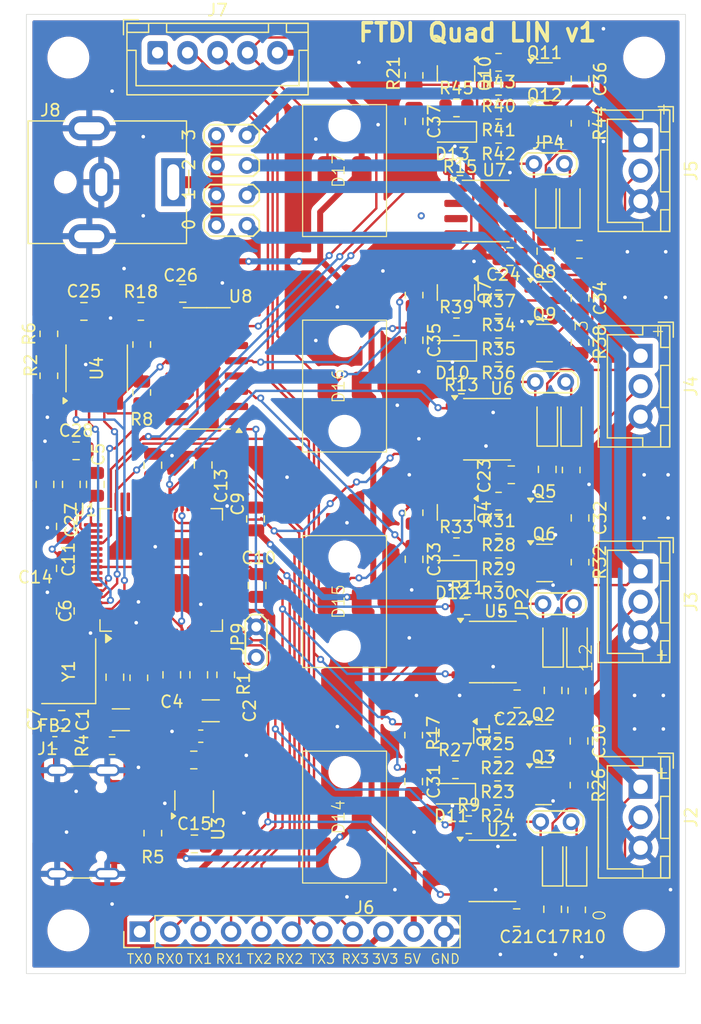
<source format=kicad_pcb>
(kicad_pcb (version 20240108) (generator "pcbnew") (generator_version "8.0")
  (layers (0 "F.Cu" signal) (31 "B.Cu" signal) (34 "B.Paste" user) (35 "F.Paste" user) (36 "B.SilkS" user "B.Silkscreen") (37 "F.SilkS" user "F.Silkscreen") (38 "B.Mask" user) (39 "F.Mask" user) (44 "Edge.Cuts" user))
  (net 0 "")
  (net 1 "+3V3")
  (net 2 "+1V8")
  (net 6 "Net-(U1-OSCI)")
  (net 7 "Net-(U1-OSCO)")
  (net 8 "+5V")
  (net 10 "GND")
  (net 13 "Net-(D2-K)")
  (net 16 "Net-(J1-CC1)")
  (net 18 "Net-(J1-CC2)")
  (net 20 "Net-(U1-REF)")
  (net 21 "Net-(U4-DO)")
  (net 44 "Net-(D4-K)")
  (net 45 "Net-(D6-K)")
  (net 46 "Net-(D8-K)")
  (net 53 "Net-(D2-A)")
  (net 54 "Net-(D4-A)")
  (net 55 "Net-(D6-A)")
  (net 56 "Net-(D8-A)")
  (net 59 "/eeprom/EECS")
  (net 60 "/eeprom/EECLK")
  (net 61 "/eeprom/EEDATA")
  (net 62 "/VBAT0")
  (net 63 "/PWREN")
  (net 64 "/VBAT1")
  (net 65 "/VBAT2")
  (net 66 "/VBAT3")
  (net 72 "/LIN 0/LIN")
  (net 73 "/LIN 1/LIN")
  (net 74 "/LIN 2/LIN")
  (net 75 "/LIN 3/LIN")
  (net 76 "/LIN1_RXD")
  (net 77 "/LIN3_RXD")
  (net 78 "/LIN3_TXD")
  (net 79 "/LIN0_TXD")
  (net 80 "/LIN0_RXD")
  (net 81 "/LIN2_RXD")
  (net 82 "/LIN2_TXD")
  (net 83 "/LIN1_TXD")
  (net 84 "/USB_D+")
  (net 85 "/USB_D-")
  (net 86 "Net-(U1-VPHY)")
  (net 87 "Net-(U1-VPLL)")
  (net 88 "+12V")
  (net 89 "Net-(JP9-A)")
  (net 90 "Net-(Q2-C)")
  (net 91 "Net-(Q3-B)")
  (net 92 "Net-(D11-A)")
  (net 93 "/leds_indication/led_indication_0/INDICATION")
  (net 94 "Net-(Q6-B)")
  (net 95 "Net-(Q5-C)")
  (net 96 "Net-(D12-A)")
  (net 97 "/leds_indication/led_indication_1/INDICATION")
  (net 98 "Net-(Q8-C)")
  (net 99 "Net-(Q9-B)")
  (net 100 "Net-(D10-A)")
  (net 101 "/leds_indication/led_indication_2/INDICATION")
  (net 102 "Net-(Q11-C)")
  (net 103 "Net-(Q12-B)")
  (net 104 "/leds_indication/led_indication_3/INDICATION")
  (net 105 "Net-(D13-A)")
  (net 106 "Net-(D1-A)")
  (net 107 "Net-(D3-A)")
  (net 108 "Net-(D5-A)")
  (net 109 "Net-(D7-A)")
  (net 110 "Net-(D10-K)")
  (net 111 "Net-(D11-K)")
  (net 112 "Net-(D12-K)")
  (net 113 "Net-(D13-K)")
  (net 114 "/leds_indication/led_indication_0/LED")
  (net 115 "Net-(Q1-B)")
  (net 116 "Net-(Q3-C)")
  (net 117 "Net-(Q4-B)")
  (net 118 "/leds_indication/led_indication_1/LED")
  (net 119 "Net-(Q6-C)")
  (net 120 "/leds_indication/led_indication_2/LED")
  (net 121 "Net-(Q7-B)")
  (net 122 "Net-(Q9-C)")
  (net 123 "/leds_indication/led_indication_3/LED")
  (net 124 "Net-(Q10-B)")
  (net 125 "Net-(Q12-C)")
  (net 126 "Net-(D14-K)")
  (net 127 "Net-(D15-K)")
  (net 128 "Net-(D16-K)")
  (net 129 "Net-(D17-K)")
  (footprint "Diode_SMD:D_SOD-323_HandSoldering" (layer "F.Cu") (at 124.6 57.8 90)
    (property "Reference" "D7" (hide yes))
    (property "Value" "~" (hide yes))
  )
  (footprint "Resistor_SMD:R_0805_2012Metric" (layer "F.Cu") (at 117.0525 105)
    (property "Reference" "R27")
    (property "Value" "10k")
  )
  (footprint "Capacitor_SMD:C_0805_2012Metric" (layer "F.Cu") (at 86.05 66.775)
    (property "Reference" "C25")
    (property "Value" "100nF")
  )
  (footprint "Diode_SMD:D_SOD-323_HandSoldering" (layer "F.Cu") (at 116.8 51.8 180)
    (property "Reference" "D13")
    (property "Value" "1N4148W")
  )
  (footprint "Resistor_SMD:R_0805_2012Metric" (layer "F.Cu") (at 117.1375 68.0625)
    (property "Reference" "R39")
    (property "Value" "10k")
  )
  (footprint "Capacitor_SMD:C_0805_2012Metric" (layer "F.Cu") (at 87 81.2 90)
    (property "Reference" "C5")
    (property "Value" "3.3uF")
  )
  (footprint "Capacitor_SMD:C_0805_2012Metric" (layer "F.Cu") (at 96 79.58241 90)
    (property "Reference" "C13")
    (property "Value" "100nF")
  )
  (footprint "Package_SO:SOIC-16_3.9x9.9mm_P1.27mm" (layer "F.Cu") (at 96.3 71.525 180)
    (property "Reference" "U8")
    (property "Value" "74HC595")
  )
  (footprint "Resistor_SMD:R_0805_2012Metric" (layer "F.Cu") (at 127.45 87.6875 -90)
    (property "Reference" "R32")
    (property "Value" "10k")
  )
  (footprint "Diode_SMD:D_SOD-323_HandSoldering" (layer "F.Cu") (at 125.2 94.43125 90)
    (property "Reference" "D3" (hide yes))
    (property "Value" "~" (hide yes))
  )
  (footprint "Capacitor_SMD:C_0805_2012Metric" (layer "F.Cu") (at 82.8 81.2 90)
    (property "Reference" "C29" (hide yes))
    (property "Value" "100nF")
  )
  (footprint "Crystal:Crystal_SMD_TXC_7M-4Pin_3.2x2.5mm_HandSoldering" (layer "F.Cu") (at 84.78241 96.78241 90)
    (property "Reference" "Y1")
    (property "Value" "12Mhz")
  )
  (footprint "MountingHole:MountingHole_3.2mm_M3" (layer "F.Cu") (at 132.8 118.4)
    (property "Reference" "H4" (hide yes))
    (property "Value" "MountingHole" (hide yes))
  )
  (footprint "Capacitor_SMD:C_0805_2012Metric" (layer "F.Cu") (at 93.38241 97.08241 -90)
    (property "Reference" "C4")
    (property "Value" "100nF")
  )
  (footprint "Resistor_SMD:R_0805_2012Metric" (layer "F.Cu") (at 117.1375 86.4)
    (property "Reference" "R33")
    (property "Value" "10k")
  )
  (footprint "Diode_SMD:D_SOD-323_HandSoldering" (layer "F.Cu") (at 116.715 107 180)
    (property "Reference" "D11")
    (property "Value" "1N4148W")
  )
  (footprint "Connector_BarrelJack:BarrelJack_CUI_PJ-063AH_Horizontal" (layer "F.Cu") (at 93.5 56 -90)
    (property "Reference" "J8")
    (property "Value" "Barrel_Jack_MountingPin")
  )
  (footprint "Capacitor_SMD:C_0805_2012Metric_Pad1.18x1.45mm_HandSolder" (layer "F.Cu") (at 113.6 50.925 -90)
    (property "Reference" "C37")
    (property "Value" "100n")
  )
  (footprint "Package_TO_SOT_SMD:SOT-23" (layer "F.Cu") (at 124.485 51.15)
    (property "Reference" "Q12")
    (property "Value" "MMBT2222A")
  )
  (footprint "TestPoint:TestPoint_2Pads_Pitch2.54mm_Drill0.8mm" (layer "F.Cu") (at 97.11 52.1)
    (property "Reference" "JP8" (hide yes))
    (property "Value" "Jumper_2_Open" (hide yes))
  )
  (footprint "Connector_JST:JST_XH_B5B-XH-A_1x05_P2.50mm_Vertical" (layer "F.Cu") (at 92.2 45.2)
    (property "Reference" "J7")
    (property "Value" "Conn_01x05")
  )
  (footprint "Resistor_SMD:R_0805_2012Metric" (layer "F.Cu") (at 83.125 72.14259 90)
    (property "Reference" "R2")
    (property "Value" "10k")
  )
  (footprint "Capacitor_SMD:C_1206_3216Metric_Pad1.33x1.80mm_HandSolder" (layer "F.Cu") (at 89.13241 100.83241)
    (property "Reference" "C1")
    (property "Value" "4.7uF")
  )
  (footprint "Capacitor_SMD:C_0805_2012Metric" (layer "F.Cu") (at 95.26759 111.185)
    (property "Reference" "C15")
    (property "Value" "1uF")
  )
  (footprint "Capacitor_SMD:C_0805_2012Metric" (layer "F.Cu") (at 88.63241 97.28241 -90)
    (property "Reference" "C3" (hide yes))
    (property "Value" "100nF")
  )
  (footprint "Package_TO_SOT_SMD:SOT-23" (layer "F.Cu") (at 117.1 65.2 -90)
    (property "Reference" "Q7")
    (property "Value" "MMBT2222A")
  )
  (footprint "Package_TO_SOT_SMD:SOT-23" (layer "F.Cu") (at 124.485 69.4125)
    (property "Reference" "Q9")
    (property "Value" "MMBT2222A")
  )
  (footprint "Resistor_SMD:R_0805_2012Metric" (layer "F.Cu") (at 113.565 102.1125 -90)
    (property "Reference" "R17")
    (property "Value" "1k")
  )
  (footprint "Resistor_SMD:R_0805_2012Metric" (layer "F.Cu") (at 120.65 86.6 180)
    (property "Reference" "R29")
    (property "Value" "330k")
  )
  (footprint "Capacitor_SMD:C_0805_2012Metric" (layer "F.Cu") (at 95.21759 104.185 180)
    (property "Reference" "C16" (hide yes))
    (property "Value" "1uF")
  )
  (footprint "Capacitor_SMD:C_0805_2012Metric" (layer "F.Cu") (at 100.36759 84.08241 90)
    (property "Reference" "C9")
    (property "Value" "100nF")
  )
  (footprint "Diode_SMD:D_SOD-323_HandSoldering" (layer "F.Cu") (at 124.7125 76 90)
    (property "Reference" "D5" (hide yes))
    (property "Value" "~" (hide yes))
  )
  (footprint "TestPoint:TestPoint_2Pads_Pitch2.54mm_Drill0.8mm" (layer "F.Cu") (at 123.6 54.455)
    (property "Reference" "JP4")
    (property "Value" "LIN master")
  )
  (footprint "Diode_SMD:D_SOD-323_HandSoldering" (layer "F.Cu") (at 125.1625 112.6825 90)
    (property "Reference" "D1" (hide yes))
    (property "Value" "~" (hide yes))
  )
  (footprint "TestPoint:TestPoint_2Pads_Pitch2.54mm_Drill0.8mm" (layer "F.Cu") (at 97.11 57.1)
    (property "Reference" "JP6" (hide yes))
    (property "Value" "Jumper_2_Open" (hide yes))
  )
  (footprint "Capacitor_SMD:C_0805_2012Metric" (layer "F.Cu") (at 85.4 78.4)
    (property "Reference" "C28")
    (property "Value" "100nF")
  )
  (footprint "Connector_USB:USB_C_Receptacle_GCT_USB4105-xx-A_16P_TopMnt_Horizontal" (layer "F.Cu") (at 84.895 109.36 -90)
    (property "Reference" "J1")
    (property "Value" "USB_C_Receptacle_USB2.0_16P")
  )
  (footprint "Capacitor_SMD:C_0805_2012Metric" (layer "F.Cu") (at 121.7125 80.4 180)
    (property "Reference" "C23")
    (property "Value" "1nF")
  )
  (footprint "Package_QFP:LQFP-64_10x10mm_P0.5mm" (layer "F.Cu") (at 92.5 88.33241 90)
    (property "Reference" "U1")
    (property "Value" "FT4232H")
  )
  (footprint "Diode_SMD:D_SOD-323_HandSoldering" (layer "F.Cu") (at 127.2 94.43125 90)
    (property "Reference" "D4" (hide yes))
    (property "Value" "~" (hide yes))
  )
  (footprint "Resistor_SMD:R_0805_2012Metric" (layer "F.Cu") (at 117.4375 54.705 180)
    (property "Reference" "R15")
    (property "Value" "10k")
  )
  (footprint "Capacitor_SMD:C_0805_2012Metric" (layer "F.Cu") (at 84.5 88.20741 -90)
    (property "Reference" "C14")
    (property "Value" "100nF")
  )
  (footprint "Capacitor_SMD:C_0805_2012Metric" (layer "F.Cu") (at 125.1625 116.6325 -90)
    (property "Reference" "C17")
    (property "Value" "100nF")
  )
  (footprint "Capacitor_SMD:C_1206_3216Metric_Pad1.33x1.80mm_HandSolder" (layer "F.Cu") (at 96.63241 100.08241)
    (property "Reference" "C2")
    (property "Value" "4.7uF")
  )
  (footprint "TestPoint:TestPoint_2Pads_Pitch2.54mm_Drill0.8mm" (layer "F.Cu") (at 97.11 54.6)
    (property "Reference" "JP7" (hide yes))
    (property "Value" "Jumper_2_Open" (hide yes))
  )
  (footprint "Diode_SMD:D_SOD-323_HandSoldering" (layer "F.Cu") (at 116.8 88.4 180)
    (property "Reference" "D12")
    (property "Value" "1N4148W")
  )
  (footprint "Resistor_SMD:R_0805_2012Metric" (layer "F.Cu") (at 120.65 70.2625 180)
    (property "Reference" "R36")
    (property "Value" "10k")
  )
  (footprint "Resistor_SMD:R_0805_2012Metric" (layer "F.Cu") (at 120.65 82.6 180)
    (property "Reference" "R31")
    (property "Value" "10k")
  )
  (footprint "Resistor_SMD:R_0805_2012Metric" (layer "F.Cu") (at 120.65 68.2625 180)
    (property "Reference" "R35")
    (property "Value" "330k")
  )
  (footprint "Capacitor_SMD:C_0805_2012Metric" (layer "F.Cu") (at 95.63241 97.08241 -90)
    (property "Reference" "C12" (hide yes))
    (property "Value" "100nF")
  )
  (footprint "Capacitor_SMD:C_0805_2012Metric" (layer "F.Cu") (at 125.2 98.38125 -90)
    (property "Reference" "C18" (hide yes))
    (property "Value" "100nF")
  )
  (footprint "Resistor_SMD:R_0805_2012Metric" (layer "F.Cu") (at 120.65 48 180)
    (property "Reference" "R40")
    (property "Value" "10k")
  )
  (footprint "TestPoint:TestPoint_2Pads_Pitch2.54mm_Drill0.8mm" (layer "F.Cu") (at 123.7125 72.655)
    (property "Reference" "JP3" (hide yes))
    (property "Value" "LIN master")
  )
  (footprint "Package_TO_SOT_SMD:SOT-23" (layer "F.Cu") (at 124.485 87.75)
    (property "Reference" "Q6")
    (property "Value" "MMBT2222A")
  )
  (footprint "Resistor_SMD:R_0805_2012Metric" (layer "F.Cu") (at 127.2 98.43125 -90)
    (property "Reference" "R12" (hide yes))
    (property "Value" "1k")
  )
  (footprint "Resistor_SMD:R_0805_2012Metric" (layer "F.Cu") (at 120.65 64.2625 180)
    (property "Reference" "R37")
    (property "Value" "10k")
  )
  (footprint "Resistor_SMD:R_0805_2012Metric" (layer "F.Cu") (at 120.65 52 180)
    (property "Reference" "R42")
    (property "Value" "10k")
  )
  (footprint "Capacitor_SMD:C_0805_2012Metric_Pad1.18x1.45mm_HandSolder" (layer "F.Cu") (at 127.45 47.4 -90)
    (property "Reference" "C36")
    (property "Value" "220n")
  )
  (footprint "TestPoint:TestPoint_2Pads_Pitch2.54mm_Drill0.8mm" (layer "F.Cu") (at 124.36 91.15625)
    (property "Reference" "JP2")
    (property "Value" "LIN master")
  )
  (footprint "Resistor_SMD:R_0805_2012Metric" (layer "F.Cu") (at 127.365 106.2875 -90)
    (property "Reference" "R26")
    (property "Value" "10k")
  )
  (footprint "Resistor_SMD:R_0805_2012Metric" (layer "F.Cu") (at 120.565 101.2 180)
    (property "Reference" "R25")
    (property "Value" "10k")
  )
  (footprint "Package_SO:SOIC-8_3.9x4.9mm_P1.27mm" (layer "F.Cu") (at 87.115 71.525 90)
    (property "Reference" "U4")
    (property "Value" "93CxxB")
  )
  (footprint "Capacitor_SMD:C_0805_2012Metric" (layer "F.Cu") (at 94.3 65.275)
    (property "Reference" "C26")
    (property "Value" "100nF")
  )
  (footprint "MountingHole:MountingHole_3.2mm_M3" (layer "F.Cu") (at 84.75 118.4)
    (property "Reference" "H3" (hide yes))
    (property "Value" "MountingHole" (hide yes))
  )
  (footprint "ftdi_quad_lin:lin_connector" (layer "F.Cu") (at 132.5 70.473333 -90)
    (property "Reference" "J4")
    (property "Value" "Screw_Terminal_01x03")
  )
  (footprint "Resistor_SMD:R_0805_2012Metric" (layer "F.Cu") (at 113.6 83.5625 -90)
    (property "Reference" "R19" (hide yes))
    (property "Value" "1k")
  )
  (footprint "Resistor_SMD:R_0805_2012Metric" (layer "F.Cu") (at 120.65 46 180)
    (property "Reference" "R43")
    (property "Value" "10k")
  )
  (footprint "Resistor_SMD:R_0805_2012Metric" (layer "F.Cu") (at 97.88241 97.08241 -90)
    (property "Reference" "R1")
    (property "Value" "1k")
  )
  (footprint "Package_SO:SOIC-8_3.9x4.9mm_P1.27mm" (layer "F.Cu") (at 119.6875 76.6)
    (property "Reference" "U6")
    (property "Value" "TJA1029T")
  )
  (footprint "Capacitor_SMD:C_0805_2012Metric_Pad1.18x1.45mm_HandSolder" (layer "F.Cu") (at 127.365 102.6 -90)
    (property "Reference" "C30")
    (property "Value" "220n")
  )
  (footprint "Resistor_SMD:R_0805_2012Metric" (layer "F.Cu") (at 90.63241 97.33241 90)
    (property "Reference" "R3" (hide yes))
    (property "Value" "12k")
  )
  (footprint "Package_TO_SOT_SMD:SOT-23" (layer "F.Cu") (at 117.1 46.9375 -90)
    (property "Reference" "Q10")
    (property "Value" "MMBT2222A")
  )
  (footprint "ftdi_quad_lin:lin_connector" (layer "F.Cu") (at 132.5 52.5 -90)
    (property "Reference" "J5")
    (property "Value" "Screw_Terminal_01x03")
  )
  (footprint "ftdi_quad_lin:lin_connector" (layer "F.Cu") (at 132.5 106.42 -90)
    (property "Reference" "J2")
    (property "Value" "Screw_Terminal_01x03")
  )
  (footprint "Resistor_SMD:R_0805_2012Metric" (layer "F.Cu") (at 83.125 68.64259 90)
    (property "Reference" "R6")
    (property "Value" "10k")
  )
  (footprint "Resistor_SMD:R_0805_2012Metric" (layer "F.Cu") (at 113.6 47.0875 -90)
    (property "Reference" "R21")
    (property "Value" "1k")
  )
  (footprint "Connector_PinHeader_2.54mm:PinHeader_1x11_P2.54mm_Vertical" (layer "F.Cu") (at 90.71 118.5 90)
    (property "Reference" "J6")
    (property "Value" "Conn_01x10")
  )
  (footprint "ftdi_quad_lin:1216.1002" (layer "F.Cu") (at 107.8 108.946667 90)
    (property "Reference" "D14")
    (property "Value" "LED")
  )
  (footprint "Resistor_SMD:R_0805_2012Metric" (layer "F.Cu") (at 118.0375 91.33625 180)
    (property "Reference" "R11")
    (property "Value" "10k")
  )
  (footprint "Resistor_SMD:R_0805_2012Metric" (layer "F.Cu") (at 120.65 50 180)
    (property "Reference" "R41")
    (property "Value" "330k")
  )
  (footprint "Capacitor_SMD:C_0805_2012Metric_Pad1.18x1.45mm_HandSolder" (layer "F.Cu") (at 113.6 87.45 -90)
    (property "Reference" "C33")
    (property "Value" "100n")
  )
  (footprint "Resistor_SMD:R_0805_2012Metric" (layer "F.Cu") (at 120.565 107.2 180)
    (property "Reference" "R24")
    (property "Value" "10k")
  )
  (footprint "Package_TO_SOT_SMD:SOT-23" (layer "F.Cu") (at 124.4 102.8)
    (property "Reference" "Q2")
    (property "Value" "MMBT2222A")
  )
  (footprint "TestPoint:TestPoint_2Pads_Pitch2.54mm_Drill0.8mm" (layer "F.Cu") (at 100.42241 95.62241 90)
    (property "Reference" "JP9")
    (property "Value" "Jumper_2_Open")
  )
  (footprint "Package_TO_SOT_SMD:SOT-23" (layer "F.Cu") (at 117.1 83.5375 -90)
    (property "Reference" "Q4")
    (property "Value" "MMBT2222A")
  )
  (footprint "Package_TO_SOT_SMD:SOT-23-5_HandSoldering" (layer "F.Cu") (at 95.25 107.66 90)
    (property "Reference" "U3")
    (property "Value" "AP2112K-3.3")
  )
  (footprint "Resistor_SMD:R_0805_2012Metric" (layer "F.Cu") (at 91.8 110.2875 90)
    (property "Reference" "R5")
    (property "Value" "5.1k")
  )
  (footprint "Resistor_SMD:R_0805_2012Metric" (layer "F.Cu") (at 90.8 66.775)
    (property "Reference" "R18")
    (property "Value" "10k")
  )
  (footprint "Capacitor_SMD:C_0805_2012Metric" (layer "F.Cu") (at 124.6 61.75 -90)
    (property "Reference" "C20" (hide yes))
    (property "Value" "100nF")
  )
  (footprint "Capacitor_SMD:C_0805_2012Metric" (layer "F.Cu") (at 91.8 79.6 90)
    (property "Reference" "C8" (hide yes))
    (property "Value" "100nF")
  )
  (footprint "Resistor_SMD:R_0805_2012Metric" (layer "F.Cu") (at 120.65 84.6 180)
    (property "Reference" "R28")
    (property "Value" "10k")
  )
  (footprint "Resistor_SMD:R_0805_2012Metric" (layer "F.Cu") (at 127.1625 116.6825 -90)
    (property "Reference" "R10")
    (property "Value" "1k")
  )
  (footprint "Resistor_SMD:R_0805_2012Metric" (layer "F.Cu") (at 126.7125 80 -90)
    (property "Reference" "R14" (hide yes))
    (property "Value" "1k")
  )
  (footprint "Diode_SMD:D_SOD-323_HandSoldering" (layer "F.Cu") (at 116.8 70.0625 180)
    (property "Reference" "D10")
    (property "Value" "1N4148W")
  )
  (footprint "Package_TO_SOT_SMD:SOT-23" (layer "F.Cu") (at 124.485 65.8625)
    (property "Reference" "Q8")
    (property "Value" "MMBT2222A")
  )
  (footprint "Resistor_SMD:R_0805_2012Metric" (layer "F.Cu") (at 88.4 103 180)
    (property "Reference" "R4")
    (property "Value" "5.1k")
  )
  (footprint "MountingHole:MountingHole_3.2mm_M3" (layer "F.Cu") (at 84.75 45.6)
    (property "Reference" "H2" (hide yes))
    (property "Value" "MountingHole" (hide yes))
  )
  (footprint "ftdi_quad_lin:1216.1002" (layer "F.Cu") (at 107.8 55.026667 90)
    (property "Reference" "D17")
    (property "Value" "LED")
  )
  (footprint "Resistor_SMD:R_0805_2012Metric" (layer "F.Cu") (at 127.4 61.6 180)
    (property "Reference" "R16" (hide yes))
    (property "Value" "1k")
  )
  (footprint "Capacitor_SMD:C_0805_2012Metric" (layer "F.Cu") (at 121.6 62.2 180)
    (property "Reference" "C24")
    (property "Value" "1nF")
  )
  (footprint "Capacitor_SMD:C_0805_2012Metric_Pad1.18x1.45mm_HandSolder" (layer "F.Cu") (at 113.565 105.9875 -90)
    (property "Reference" "C31")
    (property "Value" "100n")
  )
  (footprint "Resistor_SMD:R_0805_2012Metric" (layer "F.Cu") (at 113.6 65.4125 -90)
    (property "Reference" "R20" (hide yes))
    (property "Value" "1k")
  )
  (footprint "Package_SO:SOIC-8_3.9x4.9mm_P1.27mm" (layer "F.Cu") (at 120.175 95.18125)
    (property "Reference" "U5")
    (property "Value" "TJA1029T")
  )
  (footprint "Package_TO_SOT_SMD:SOT-23" (layer "F.Cu") (at 124.485 84.2)
    (property "Reference" "Q5")
    (property "Value" "MMBT2222A")
  )
  (footprint "Resistor_SMD:R_0805_2012Metric" (layer "F.Cu") (at 90.875 69.535 90)
    (property "Reference" "R7" (hide yes))
    (property "Value" "10k")
  )
  (footprint "Capacitor_SMD:C_0805_2012Metric_Pad1.18x1.45mm_HandSolder" (layer "F.Cu") (at 127.45 65.6625 -90)
    (property "Reference" "C34")
    (property "Value" "220n")
  )
  (footprint "Capacitor_SMD:C_0805_2012Metric_Pad1.18x1.45mm_HandSolder" (layer "F.Cu") (at 113.6 69.175 -90)
    (property "Reference" "C35")
    (property "Value" "100n")
  )
  (footprint "Inductor_SMD:L_0603_1608Metric_Pad1.05x0.95mm_HandSolder" (layer "F.Cu") (at 95.8 102.2 180)
    (property "Reference" "FB3" (hide yes))
    (property "Value" "600R/0.5A")
  )
  (footprint "TestPoint:TestPoint_2Pads_Pitch2.54mm_Drill0.8mm" (layer "F.Cu") (at 124.1625 109.3375)
    (property "Reference" "JP1" (hide yes))
    (property "Value" "LIN master")
  )
  (footprint "Resistor_SMD:R_0805_2012Metric" (layer "F.Cu") (at 127.45 51.0875 -90)
    (property "Reference" "R44")
    (property "Value" "10k")
  )
  (footprint "Package_SO:SOIC-8_3.9x4.9mm_P1.27mm" (layer "F.Cu") (at 119.575 58.4)
    (property "Reference" "U7")
    (property "Value" "TJA1029T")
  )
  (footprint "Package_SO:SOIC-8_3.9x4.9mm_P1.27mm" (layer "F.Cu") (at 120.1375 113.4325)
    (property "Reference" "U2")
    (property "Value" "TJA1029T")
  )
  (footprint "Package_TO_SOT_SMD:SOT-23" (layer "F.Cu") (at 117.015 102.1375 -90)
    (property "Reference" "Q1")
    (property "Value" "MMBT2222A")
  )
  (footprint "Resistor_SMD:R_0805_2012Metric" (layer "F.Cu") (at 117.55 72.905 180)
    (property "Reference" "R13")
    (property "Value" "10k")
  )
  (footprint "Capacitor_SMD:C_0805_2012Metric" (layer "F.Cu") (at 85 81.2 90)
    (property "Reference" "C27")
    (property "Value" "100nF")
  )
  (footprint "Resistor_SMD:R_0805_2012Metric" (layer "F.Cu") (at 90.875 73.535 90)
    (property "Reference" "R8")
    (property "Value" "2.2k")
  )
  (footprint "Resistor_SMD:R_0805_2012Metric" (layer "F.Cu") (at 127.45 69.35 -90)
    (property "Reference" "R38")
    (property "Value" "10k")
  )
  (footprint "Capacitor_SMD:C_0805_2012Metric" (layer "F.Cu") (at 122.2 99.08625 180)
    (property "Reference" "C22")
    (property "Value" "1nF")
  )
  (footprint "Resistor_SMD:R_0805_2012Metric" (layer "F.Cu") (at 120.65 88.6 180)
    (property "Reference" "R30")
    (property "Value" "10k")
  )
  (footprint "ftdi_quad_lin:1216.1002" (layer "F.Cu") (at 107.8 73 90)
    (property "Reference" "D16")
    (property "Value" "LED")
  )
  (footprint "Capacitor_SMD:C_0805_2012Metric_Pad1.18x1.45mm_HandSolder" (layer "F.Cu") (at 127.45 84 -90)
    (property "Reference" "C32")
    (property "Value" "220n")
  )
  (footprint "Capacitor_SMD:C_0805_2012Metric" (layer "F.Cu") (at 84.5 91.75741 90)
    (property "Reference" "C6")
    (property "Value" "18pF")
  )
  (footprint "Package_TO_SOT_SMD:SOT-23" (layer "F.Cu") (at 124.485 47.6)
    (property "Reference" "Q11")
    (property "Value" "MMBT2222A")
  )
  (footprint "Capacitor_SMD:C_0805_2012Metric" (layer "F.Cu") (at 100.5 89.63241 90)
    (property "Reference" "C10")
    (property "Value" "100nF")
  )
  (footprint "Resistor_SMD:R_0805_2012Metric" (layer "F.Cu") (at 117.1375 49.8)
    (property "Reference" "R45")
    (property "Value" "10k")
  )
  (footprint "Package_TO_SOT_SMD:SOT-23" (layer "F.Cu") (at 124.4 106.35)
    (property "Reference" "Q3")
    (property "Value" "MMBT2222A")
  )
  (footprint "Capacitor_SMD:C_0805_2012Metric" (layer "F.Cu") (at 84.2 100.8 180)
    (property "Reference" "C7")
    (property "Value" "18pF")
  )
  (footprint "Capacitor_SMD:C_0805_2012Metric" (layer "F.Cu") (at 122.1625 117.3375 180)
    (property "Reference" "C21")
    (property "Value" "1nF")
  )
  (footprint "Diode_SMD:D_SOD-323_HandSoldering" (layer "F.Cu") (at 127.1625 112.6825 90)
    (property "Reference" "D2" (hide yes))
    (property "Value" "~" (hide yes))
  )
  (footprint "Inductor_SMD:L_0603_1608Metric_Pad1.05x0.95mm_HandSolder" (layer "F.Cu") (at 83.625 102.75)
    (property "Reference" "FB2")
    (property "Value" "600R/0.5A")
  )
  (footprint "ftdi_quad_lin:lin_connector" (layer "F.Cu") (at 132.5 88.446666 -90)
    (property "Reference" "J3")
    (property "Value" "Screw_Terminal_01x03")
  )
  (footprint "Resistor_SMD:R_0805_2012Metric" (layer "F.Cu") (at 118.1625 109.5875 180)
    (property "Reference" "R9")
    (property "Value" "10k")
  )
  (footprint "MountingHole:MountingHole_3.2mm_M3" (layer "F.Cu") (at 132.8 45.6)
    (property "Reference" "H1" (hide yes))
    (property "Value" "MountingHole" (hide yes))
  )
  (footprint "Resistor_SMD:R_0805_2012Metric" (layer "F.Cu") (at 120.565 103.2 180)
    (property "Reference" "R22")
    (property "Value" "10k")
  )
  (footprint "Capacitor_SMD:C_0805_2012Metric" (layer "F.Cu") (at 124.7125 79.95 -90)
    (property "Reference" "C19" (hide yes))
    (property "Value" "100nF")
  )
  (footprint "Diode_SMD:D_SOD-323_HandSoldering" (layer "F.Cu") (at 126.6 57.8 90)
    (property "Reference" "D8" (hide yes))
    (property "Value" "~" (hide yes))
  )
  (footprint "Resistor_SMD:R_0805_2012Metric" (layer "F.Cu") (at 120.65 66.2625 180)
    (property "Reference" "R34")
    (property "Value" "10k")
  )
  (footprint "Diode_SMD:D_SOD-323_HandSoldering" (layer "F.Cu") (at 126.7125 76 90)
    (property "Reference" "D6" (hide yes))
    (property "Value" "~" (hide yes))
  )
  (footprint "Capacitor_SMD:C_0805_2012Metric" (layer "F.Cu") (at 84.5 84.70741 90)
    (property "Reference" "C11")
    (property "Value" "100nF")
  )
  (footprint "TestPoint:TestPoint_2Pads_Pitch2.54mm_Drill0.8mm" (layer "F.Cu") (at 97.11 59.6)
    (property "Reference" "JP5" (hide yes))
    (property "Value" "Jumper_2_Open" (hide yes))
  )
  (footprint "Resistor_SMD:R_0805_2012Metric" (layer "F.Cu") (at 120.565 105.2 180)
    (property "Reference" "R23")
    (property "Value" "330k")
  )
  (footprint "ftdi_quad_lin:1216.1002" (layer "F.Cu") (at 107.8 90.973333 90)
    (property "Reference" "D15")
    (property "Value" "LED")
  )
  (gr_rect (start 81.25 42) (end 136.25 122) (stroke (width 0.05)) (fill none) (layer "Edge.Cuts"))
  (gr_text "TX1" (at 95.7 121.25 0) (layer "F.SilkS") (effects (font (size 0.8 0.8) (thickness 0.1)) (justify bottom)))
  (gr_text "+" (at 133.4425 67.7625 -90) (layer "F.SilkS") (effects (font (size 1 1) (thickness 0.1)) (justify left bottom)))
  (gr_text "3V3" (at 111.2 121.25 0) (layer "F.SilkS") (effects (font (size 0.8 0.8) (thickness 0.1)) (justify bottom)))
  (gr_text "RX3" (at 108.7 121.25 0) (layer "F.SilkS") (effects (font (size 0.8 0.8) (thickness 0.1)) (justify bottom)))
  (gr_text "5V" (at 113.45 121.25 0) (layer "F.SilkS") (effects (font (size 0.8 0.8) (thickness 0.1)) (justify bottom)))
  (gr_text "TX0" (at 90.7 121.25 0) (layer "F.SilkS") (effects (font (size 0.8 0.8) (thickness 0.1)) (justify bottom)))
  (gr_text "FTDI Quad LIN v1" (at 108.8 44.4 0) (layer "F.SilkS") (effects (font (size 1.5 1.5) (thickness 0.3) (bold yes)) (justify left bottom)))
  (gr_text "2" (at 128.51 95.5 90) (layer "F.SilkS") (effects (font (size 1 1) (thickness 0.1)) (justify left bottom)))
  (gr_text "RX2" (at 103.2 121.25 0) (layer "F.SilkS") (effects (font (size 0.8 0.8) (thickness 0.1)) (justify bottom)))
  (gr_text "TX3" (at 105.95 121.25 0) (layer "F.SilkS") (effects (font (size 0.8 0.8) (thickness 0.1)) (justify bottom)))
  (gr_text "3" (at 95.4 52.6 90) (layer "F.SilkS") (effects (font (size 1 1)) (justify left bottom)))
  (gr_text "0" (at 95.4 60.1 90) (layer "F.SilkS") (effects (font (size 1 1)) (justify left bottom)))
  (gr_text "+" (at 133.78 104.57 -90) (layer "F.SilkS") (effects (font (size 1 1) (thickness 0.1)) (justify left bottom)))
  (gr_text "GND" (at 116.2 121.25 0) (layer "F.SilkS") (effects (font (size 0.8 0.8) (thickness 0.1)) (justify bottom)))
  (gr_text "RX0" (at 93.2 121.25 0) (layer "F.SilkS") (effects (font (size 0.8 0.8) (thickness 0.1)) (justify bottom)))
  (gr_text "1" (at 128.55 96.93 90) (layer "F.SilkS") (effects (font (size 1 1) (thickness 0.1)) (justify left bottom)))
  (gr_text "+" (at 133.78 94.75 -90) (layer "F.SilkS") (effects (font (size 1 1) (thickness 0.1)) (justify left bottom)))
  (gr_text "3" (at 128.1725 68.5125 90) (layer "F.SilkS") (effects (font (size 1 1) (thickness 0.1)) (justify left bottom)))
  (gr_text "+" (at 133.94 49.25 -90) (layer "F.SilkS") (effects (font (size 1 1) (thickness 0.1)) (justify left bottom)))
  (gr_text "TX2" (at 100.7 121.25 0) (layer "F.SilkS") (effects (font (size 0.8 0.8) (thickness 0.1)) (justify bottom)))
  (gr_text "RX1" (at 98.2 121.25 0) (layer "F.SilkS") (effects (font (size 0.8 0.8) (thickness 0.1)) (justify bottom)))
  (gr_text "0" (at 129.6625 117.6825 90) (layer "F.SilkS") (effects (font (size 1 1) (thickness 0.1)) (justify left bottom)))
  (gr_text "2" (at 95.4 55.1 90) (layer "F.SilkS") (effects (font (size 1 1)) (justify left bottom)))
  (gr_text "1" (at 95.4 57.6 90) (layer "F.SilkS") (effects (font (size 1 1)) (justify left bottom)))
  (via (at 114.2 58.8) (size 0.6) (drill 0.3) (layers "F.Cu" "B.Cu") (net 0))
  (segment (start 86.63 114.63) (end 82.47 110.47) (width 0.5) (layer "F.Cu") (net 1))
  (segment (start 95.2 113.495101) (end 95.629367 113.495101) (width 0.5) (layer "F.Cu") (net 1))
  (segment (start 83.825 79.025) (end 84.45 78.4) (width 0.2) (layer "F.Cu") (net 1))
  (segment (start 96.675 103.67759) (end 96.16759 104.185) (width 0.5) (layer "F.Cu") (net 1))
  (segment (start 86.01759 85.08241) (end 86.825 85.08241) (width 0.2) (layer "F.Cu") (net 1))
  (segment (start 109.73 119.8) (end 89.41 119.8) (width 0.5) (layer "F.Cu") (net 1))
  (segment (start 95.629367 113.495101) (end 97.375 111.749468) (width 0.5) (layer "F.Cu") (net 1))
  (segment (start 89.41 119.8) (end 89.41 117.2) (width 0.5) (layer "F.Cu") (net 1))
  (segment (start 96.675 102.2) (end 96.675 103.67759) (width 0.5) (layer "F.Cu") (net 1))
  (segment (start 85.75 84.81482) (end 86.01759 85.08241) (width 0.2) (layer "F.Cu") (net 1))
  (segment (start 82 102) (end 82.75 102.75) (width 0.5) (layer "F.Cu") (net 1))
  (segment (start 82.8 82.15) (end 83.825 81.125) (width 0.2) (layer "F.Cu") (net 1))
  (segment (start 89.41 117.2) (end 93.114899 113.495101) (width 0.5) (layer "F.Cu") (net 1))
  (segment (start 82.47 110.47) (end 82.47 103.03) (width 0.5) (layer "F.Cu") (net 1))
  (segment (start 85.75 83.28241) (end 85.75 84.81482) (width 0.2) (layer "F.Cu") (net 1))
  (segment (start 84.11482 82.15) (end 82.4 82.15) (width 0.2) (layer "F.Cu") (net 1))
  (segment (start 82.8 82.15) (end 85 82.15) (width 0.2) (layer "F.Cu") (net 1))
  (segment (start 83.825 81.125) (end 83.825 79.025) (width 0.2) (layer "F.Cu") (net 1))
  (segment (start 93.114899 113.495101) (end 95.2 113.495101) (width 0.5) (layer "F.Cu") (net 1))
  (segment (start 82 82.55) (end 82 102) (width 0.5) (layer "F.Cu") (net 1))
  (segment (start 95.2 113.495101) (end 90.504899 113.495101) (width 0.5) (layer "F.Cu") (net 1))
  (segment (start 97.375 105.39241) (end 96.16759 104.185) (width 0.5) (layer "F.Cu") (net 1))
  (segment (start 89.37 114.63) (end 86.63 114.63) (width 0.5) (layer "F.Cu") (net 1))
  (segment (start 90.504899 113.495101) (end 89.37 114.63) (width 0.5) (layer "F.Cu") (net 1))
  (segment (start 96.16759 104.44241) (end 94.3 106.31) (width 0.5) (layer "F.Cu") (net 1))
  (segment (start 84.5 82.03241) (end 85.75 83.28241) (width 0.2) (layer "F.Cu") (net 1))
  (segment (start 82.4 82.15) (end 82 82.55) (width 0.5) (layer "F.Cu") (net 1))
  (segment (start 96.675 102.2) (end 96.675 99.20232) (width 0.5) (layer "F.Cu") (net 1))
  (segment (start 82.47 103.03) (end 82.75 102.75) (width 0.5) (layer "F.Cu") (net 1))
  (segment (start 96.675 99.20232) (end 97.88241 97.99491) (width 0.5) (layer "F.Cu") (net 1))
  (segment (start 111.03 118.5) (end 109.73 119.8) (width 0.5) (layer "F.Cu") (net 1))
  (segment (start 97.375 111.749468) (end 97.375 105.39241) (width 0.5) (layer "F.Cu") (net 1))
  (segment (start 94.2 92.6) (end 94.2 93.95741) (width 0.2) (layer "F.Cu") (net 2))
  (segment (start 94.25 93.2) (end 93.13241 92.08241) (width 0.2) (layer "F.Cu") (net 2))
  (segment (start 86.63241 82.03241) (end 86.63241 83.4) (width 0.2) (layer "F.Cu") (net 2))
  (segment (start 86.825 92.08241) (end 86.01759 92.08241) (width 0.2) (layer "F.Cu") (net 2))
  (segment (start 94.25 94.81482) (end 94.25 94.00741) (width 0.2) (layer "F.Cu") (net 2))
  (segment (start 95.56759 80.53241) (end 94.25 81.85) (width 0.2) (layer "F.Cu") (net 2))
  (segment (start 94.25 81.85) (end 94.25 82.65741) (width 0.2) (layer "F.Cu") (net 2))
  (segment (start 94.25 82.65741) (end 94.25 83.80442) (width 0.2) (layer "F.Cu") (net 2))
  (segment (start 86.01759 92.08241) (end 85.525 91.58982) (width 0.2) (layer "F.Cu") (net 2))
  (segment (start 85.525 88.28241) (end 84.5 87.25741) (width 0.2) (layer "F.Cu") (net 2))
  (segment (start 84.05741 87.25741) (end 83.4 86.6) (width 0.2) (layer "F.Cu") (net 2))
  (segment (start 94.25 83.80442) (end 94.231189 83.823231) (width 0.2) (layer "F.Cu") (net 2))
  (segment (start 94.25 94.00741) (end 94.25 93.2) (width 0.2) (layer "F.Cu") (net 2))
  (segment (start 94.2 93.95741) (end 94.25 94.00741) (width 0.2) (layer "F.Cu") (net 2))
  (segment (start 86.63241 84.38982) (end 86.825 84.58241) (width 0.2) (layer "F.Cu") (net 2))
  (segment (start 86.63241 83.4) (end 86.63241 84.38982) (width 0.2) (layer "F.Cu") (net 2))
  (segment (start 93.13241 92.08241) (end 86.825 92.08241) (width 0.2) (layer "F.Cu") (net 2))
  (segment (start 95.56759 96.13241) (end 94.25 94.81482) (width 0.2) (layer "F.Cu") (net 2))
  (segment (start 85.525 91.58982) (end 85.525 88.28241) (width 0.2) (layer "F.Cu") (net 2))
  (via (at 86.63241 83.4) (size 0.6) (drill 0.3) (layers "F.Cu" "B.Cu") (net 2))
  (via (at 83.4 86.6) (size 0.6) (drill 0.3) (layers "F.Cu" "B.Cu") (net 2))
  (via (at 94.2 92.6) (size 0.6) (drill 0.3) (layers "F.Cu" "B.Cu") (net 2))
  (via (at 94.231189 83.823231) (size 0.6) (drill 0.3) (layers "F.Cu" "B.Cu") (net 2))
  (segment (start 94.231189 83.823231) (end 94.231189 92.568811) (width 0.2) (layer "B.Cu") (net 2))
  (segment (start 83.4 86.6) (end 83.43241 86.6) (width 0.2) (layer "B.Cu") (net 2))
  (segment (start 94.231189 92.568811) (end 94.2 92.6) (width 0.2) (layer "B.Cu") (net 2))
  (segment (start 83.43241 86.6) (end 86.63241 83.4) (width 0.2) (layer "B.Cu") (net 2))
  (segment (start 83.63241 95.33241) (end 83.63241 93.575) (width 0.2) (layer "F.Cu") (net 6))
  (segment (start 83.63241 93.575) (end 84.5 92.70741) (width 0.2) (layer "F.Cu") (net 6))
  (segment (start 84.5 92.70741) (end 88.75741 92.70741) (width 0.2) (layer "F.Cu") (net 6))
  (segment (start 89.25 93.2) (end 89.25 94.00741) (width 0.2) (layer "F.Cu") (net 6))
  (segment (start 88.75741 92.70741) (end 89.25 93.2) (width 0.2) (layer "F.Cu") (net 6))
  (segment (start 87.13241 96.322666) (end 87.13241 97.03241) (width 0.2) (layer "F.Cu") (net 7))
  (segment (start 88.372666 95.08241) (end 87.13241 96.322666) (width 0.2) (layer "F.Cu") (net 7))
  (segment (start 85.93241 99.68241) (end 84.78241 100.83241) (width 0.2) (layer "F.Cu") (net 7))
  (segment (start 87.13241 97.03241) (end 85.93241 98.23241) (width 0.2) (layer "F.Cu") (net 7))
  (segment (start 85.93241 98.23241) (end 85.93241 99.68241) (width 0.2) (layer "F.Cu") (net 7))
  (segment (start 89.48241 95.08241) (end 88.372666 95.08241) (width 0.2) (layer "F.Cu") (net 7))
  (segment (start 89.75 94.81482) (end 89.48241 95.08241) (width 0.2) (layer "F.Cu") (net 7))
  (segment (start 89.75 94.00741) (end 89.75 94.81482) (width 0.2) (layer "F.Cu") (net 7))
  (segment (start 106.769669 63.430331) (end 105.763639 62.4243) (width 0.5) (layer "F.Cu") (net 8))
  (segment (start 118.637499 112.7975) (end 119.075 112.359999) (width 0.2) (layer "F.Cu") (net 8))
  (segment (start 84.14491 67.73009) (end 83.125 67.73009) (width 0.2) (layer "F.Cu") (net 8))
  (segment (start 118.074999 57.915) (end 118.54 57.449999) (width 0.2) (layer "F.Cu") (net 8))
  (segment (start 96.025 62.6) (end 99.8 62.6) (width 0.5) (layer "F.Cu") (net 8))
  (segment (start 85.1 65.5) (end 84.875 65.275) (width 0.2) (layer "F.Cu") (net 8))
  (segment (start 112.719315 76.115) (end 110.195 78.639315) (width 0.2) (layer "F.Cu") (net 8))
  (segment (start 110.195 79.4) (end 110.195 73.97) (width 0.5) (layer "F.Cu") (net 8))
  (segment (start 91.8 80.55) (end 91.8 82.60741) (width 0.2) (layer "F.Cu") (net 8))
  (segment (start 91.75 83.46482) (end 91.75 82.65741) (width 0.2) (layer "F.Cu") (net 8))
  (segment (start 116 63.2) (end 113.2 63.2) (width 0.2) (layer "F.Cu") (net 8))
  (segment (start 85.75 86.90741) (end 85.75 87.941724) (width 0.2) (layer "F.Cu") (net 8))
  (segment (start 95.525 75.244999) (end 95.525 67.164448) (width 0.2) (layer "F.Cu") (net 8))
  (segment (start 100.43241 85.03241) (end 101.6 86.2) (width 0.5) (layer "F.Cu") (net 8))
  (segment (start 110.049311 72.175689) (end 110.049311 66.709972) (width 0.5) (layer "F.Cu") (net 8))
  (segment (start 110.049311 91.797644) (end 109.225 90.973333) (width 0.5) (layer "F.Cu") (net 8))
  (segment (start 95.829999 110.16) (end 96.2 109.789999) (width 0.2) (layer "F.Cu") (net 8))
  (segment (start 110.195 90.003333) (end 110.195 79.4) (width 0.5) (layer "F.Cu") (net 8))
  (segment (start 90.875 68.6225) (end 90.875 67.7625) (width 0.2) (layer "F.Cu") (net 8))
  (segment (start 93.825 68.35) (end 91.1475 68.35) (width 0.2) (layer "F.Cu") (net 8))
  (segment (start 117.6625 112.7975) (end 113.075834 112.7975) (width 0.2) (layer "F.Cu") (net 8))
  (segment (start 110.195 73.97) (end 109.225 73) (width 0.5) (layer "F.Cu") (net 8))
  (segment (start 105.763639 62.4243) (end 105.763639 58.488028) (width 0.5) (layer "F.Cu") (net 8))
  (segment (start 98.175 85.08241) (end 97.36759 85.08241) (width 0.2) (layer "F.Cu") (net 8))
  (segment (start 84.875 65.275) (end 89.375 65.275) (width 0.5) (layer "F.Cu") (net 8))
  (segment (start 97.1 85.35) (end 97.1 90.31482) (width 0.2) (layer "F.Cu") (net 8))
  (segment (start 95.525 67.164448) (end 93.635552 65.275) (width 0.2) (layer "F.Cu") (net 8))
  (segment (start 89.8025 112.1625) (end 89.4 111.76) (width 0.5) (layer "F.Cu") (net 8))
  (segment (start 96.2 109.789999) (end 96.2 109.01) (width 0.2) (layer "F.Cu") (net 8))
  (segment (start 90.875 67.7625) (end 89.8875 66.775) (width 0.2) (layer "F.Cu") (net 8))
  (segment (start 112.939167 112.660833) (end 113.57 113.291667) (width 0.5) (layer "F.Cu") (net 8))
  (segment (start 117.6625 112.7975) (end 118.637499 112.7975) (width 0.2) (layer "F.Cu") (net 8))
  (segment (start 86.995 108.08259) (end 88.11759 106.96) (width 0.2) (layer "F.Cu") (net 8))
  (segment (start 113.2 63.2) (end 110.049311 66.350689) (width 0.2) (layer "F.Cu") (net 8))
  (segment (start 85.75 87.941724) (end 85.890686 88.08241) (width 0.2) (layer "F.Cu") (net 8))
  (segment (start 88.11759 111.76) (end 86.995 110.63741) (width 0.2) (layer "F.Cu") (net 8))
  (segment (start 98.175 85.08241) (end 93.36759 85.08241) (width 0.2) (layer "F.Cu") (net 8))
  (segment (start 105.939338 62.6) (end 106.769669 63.430331) (width 0.5) (layer "F.Cu") (net 8))
  (segment (start 85.21 69.05) (end 85.21 66.7825) (width 0.2) (layer "F.Cu") (net 8))
  (segment (start 109.4 53.2) (end 109.4 50.2) (width 0.5) (layer "F.Cu") (net 8))
  (segment (start 107.4 110.6) (end 107.571667 110.6) (width 0.5) (layer "F.Cu") (net 8))
  (segment (start 109.225 73) (end 110.049311 72.175689) (width 0.5) (layer "F.Cu") (net 8))
  (segment (start 88.575 111.76) (end 90.650622 111.76) (width 0.5) (layer "F.Cu") (net 8))
  (segment (start 118.074999 57.915) (end 118.375 58.215001) (width 0.2) (layer "F.Cu") (net 8))
  (segment (start 94.3625 112.1625) (end 94.6 112.4) (width 0.5) (layer "F.Cu") (net 8))
  (segment (start 86.995 110.63741) (end 86.995 108.08259) (width 0.2) (layer "F.Cu") (net 8))
  (segment (start 100.36759 85.03241) (end 98.225 85.03241) (width 0.2) (layer "F.Cu") (net 8))
  (segment (start 89.8875 65.7875) (end 89.375 65.275) (width 0.2) (layer "F.Cu") (net 8))
  (segment (start 108 90.6) (end 108.851667 90.6) (width 0.5) (layer "F.Cu") (net 8))
  (segment (start 110.195 78.639315) (end 110.195 79.4) (width 0.2) (layer "F.Cu") (net 8))
  (segment (start 97.36759 85.08241) (end 97.1 85.35) (width 0.2) (layer "F.Cu") (net 8))
  (segment (start 95.34259 110.16) (end 95.829999 110.16) (width 0.2) (layer "F.Cu") (net 8))
  (segment (start 117.7 94.54625) (end 114.903061 94.54625) (width 0.2) (layer "F.Cu") (net 8))
  (segment (start 118.4875 75.814999) (end 118.4875 72.93) (width 0.2) (layer "F.Cu") (net 8))
  (segment (start 92.4 112.1625) (end 89.8025 112.1625) (width 0.5) (layer "F.Cu") (net 8))
  (segment (start 109.225 108.946667) (end 110.049311 108.122356) (width 0.5) (layer "F.Cu") (net 8))
  (segment (start 86.825 88.08241) (end 94.86759 88.08241) (width 0.2) (layer "F.Cu") (net 8))
  (segment (start 114.903061 94.54625) (end 110.049311 99.4) (width 0.2) (layer "F.Cu") (net 8))
  (segment (start 89.375 65.275) (end 93.35 65.275) (width 0.5) (layer "F.Cu") (net 8))
  (segment (start 109.225 90.973333) (end 110.195 90.003333) (width 0.5) (layer "F.Cu") (net 8))
  (segment (start 94.31759 111.185) (end 93.34009 112.1625) (width 0.5) (layer "F.Cu") (net 8))
  (segment (start 105.763639 58.488028) (end 109.225 55.026667) (width 0.5) (layer "F.Cu") (net 8))
  (segment (start 118.375 58.215001) (end 118.375 60.825) (width 0.2) (layer "F.Cu") (net 8))
  (segment (start 109.225 55.026667) (end 109.225 53.375) (width 0.5) (layer "F.Cu") (net 8))
  (segment (start 109.4 50.2) (end 104.4 45.2) (width 0.5) (layer "F.Cu") (net 8))
  (segment (start 94.31759 111.185) (end 94.31759 109.02759) (width 0.5) (layer "F.Cu") (net 8))
  (segment (start 110.049311 66.350689) (end 110.049311 66.709972) (width 0.2) (layer "F.Cu") (net 8))
  (segment (start 104 62.6) (end 105.939338 62.6) (width 0.5) (layer "F.Cu") (net 8))
  (segment (start 94.86759 88.08241) (end 97.36759 90.58241) (width 0.2) (layer "F.Cu") (net 8))
  (segment (start 117.2125 76.115) (end 118.187499 76.115) (width 0.2) (layer "F.Cu") (net 8))
  (segment (start 97.1 90.31482) (end 97.36759 90.58241) (width 0.2) (layer "F.Cu") (net 8))
  (segment (start 83.125 71.135) (end 85.21 69.05) (width 0.2) (layer "F.Cu") (net 8))
  (segment (start 113.075834 112.7975) (end 112.939167 112.660833) (width 0.2) (layer "F.Cu") (net 8))
  (segment (start 117.2125 76.115) (end 112.719315 76.115) (width 0.2) (layer "F.Cu") (net 8))
  (segment (start 110.049311 66.709972) (end 106.769669 63.430331) (width 0.5) (layer "F.Cu") (net 8))
  (segment (start 117.7 94.54625) (end 118.674999 94.54625) (width 0.2) (layer "F.Cu") (net 8))
  (segment (start 93.36759 85.08241) (end 91.75 83.46482) (width 0.2) (layer "F.Cu") (net 8))
  (segment (start 119.1 94.121249) (end 119.1 91.48625) (width 0.2) (layer "F.Cu") (net 8))
  (segment (start 92.4 112.1625) (end 94.3625 112.1625) (width 0.5) (layer "F.Cu") (net 8))
  (segment (start 85.1 66.775) (end 84.14491 67.73009) (width 0.2) (layer "F.Cu") (net 8))
  (segment (start 93.34009 112.1625) (end 92.4 112.1625) (width 0.5) (layer "F.Cu") (net 8))
  (segment (start 117.1 57.915) (end 118.074999 57.915) (width 0.2) (layer "F.Cu") (net 8))
  (segment (start 109.225 108.946667) (end 112.939167 112.660833) (width 0.5) (layer "F.Cu") (net 8))
  (segment (start 118.674999 94.54625) (end 119.1 94.121249) (width 0.2) (layer "F.Cu") (net 8))
  (segment (start 100.5 90.58241) (end 98.175 90.58241) (width 0.2) (layer "F.Cu") (net 8))
  (segment (start 89.4 111.76) (end 88.575 111.76) (width 0.5) (layer "F.Cu") (net 8))
  (segment (start 85.890686 88.08241) (end 86.825 88.08241) (width 0.2) (layer "F.Cu") (net 8))
  (segment (start 94.799999 75.97) (end 95.525 75.244999) (width 0.2) (layer "F.Cu") (net 8))
  (segment (start 107.571667 110.6) (end 109.225 108.946667) (width 0.5) (layer "F.Cu") (net 8))
  (segment (start 93.35 65.275) (end 96.025 62.6) (width 0.5) (layer "F.Cu") (net 8))
  (segment (start 94.31759 111.185) (end 95.34259 110.16) (width 0.2) (layer "F.Cu") (net 8))
  (segment (start 110.049311 99.4) (end 110.049311 91.797644) (width 0.5) (layer "F.Cu") (net 8))
  (segment (start 97.36759 90.58241) (end 98.175 90.58241) (width 0.2) (layer "F.Cu") (net 8))
  (segment (start 119.075 112.359999) (end 119.075 109.5875) (width 0.2) (layer "F.Cu") (net 8))
  (segment (start 118.187499 76.115) (end 118.4875 75.814999) (width 0.2) (layer "F.Cu") (net 8))
  (segment (start 110.049311 108.122356) (end 110.049311 99.4) (width 0.5) (layer "F.Cu") (net 8))
  (segment (start 113.57 113.291667) (end 113.57 118.5) (width 0.5) (layer "F.Cu") (net 8))
  (segment (start 84.5 85.65741) (end 85.75 86.90741) (width 0.2) (layer "F.Cu") (net 8))
  (segment (start 104.4 45.2) (end 102.2 45.2) (width 0.5) (layer "F.Cu") (net 8))
  (segment (start 85.1 66.775) (end 85.1 65.5) (width 0.2) (layer "F.Cu") (net 8))
  (segment (start 109.225 53.375) (end 109.4 53.2) (width 0.5) (layer "F.Cu") (net 8))
  (segment (start 118.54 57.449999) (end 118.54 54.895) (width 0.2) (layer "F.Cu") (net 8))
  (segment (start 89.8875 66.775) (end 89.8875 65.7875) (width 0.2) (layer "F.Cu") (net 8))
  (segment (start 118.375 60.825) (end 116 63.2) (width 0.2) (layer "F.Cu") (net 8))
  (via (at 99.8 62.6) (size 0.6) (drill 0.3) (layers "F.Cu" "B.Cu") (net 8))
  (via (at 108 90.6) (size 0.6) (drill 0.3) (layers "F.Cu" "B.Cu") (net 8))
  (via (at 101.6 86.2) (size 0.6) (drill 0.3) (layers "F.Cu" "B.Cu") (net 8))
  (via (at 104 62.6) (size 0.6) (drill 0.3) (layers "F.Cu" "B.Cu") (net 8))
  (via (at 107.4 110.6) (size 0.6) (drill 0.3) (layers "F.Cu" "B.Cu") (net 8))
  (via (at 94.6 112.4) (size 0.6) (drill 0.3) (layers "F.Cu" "B.Cu") (net 8))
  (segment (start 101.6 86.2) (end 106 90.6) (width 0.5) (layer "B.Cu") (net 8))
  (segment (start 94.6 112.4) (end 105.6 112.4) (width 0.5) (layer "B.Cu") (net 8))
  (segment (start 106 90.6) (end 108 90.6) (width 0.5) (layer "B.Cu") (net 8))
  (segment (start 105.6 112.4) (end 107.4 110.6) (width 0.5) (layer "B.Cu") (net 8))
  (segment (start 99.8 62.6) (end 104 62.6) (width 0.5) (layer "B.Cu") (net 8))
  (segment (start 88 105.585) (end 88.575 106.16) (width 0.2) (layer "F.Cu") (net 10))
  (segment (start 93.75 94.00741) (end 93.75 94.990256) (width 0.2) (layer "F.Cu") (net 10))
  (segment (start 124.6 62.7) (end 125.099938 63.199938) (width 0.2) (layer "F.Cu") (net 10))
  (segment (start 96.825 108.196424) (end 96.558576 107.93) (width 0.2) (layer "F.Cu") (net 10))
  (segment (start 95.01759 92.93241) (end 95.73241 92.93241) (width 0.2) (layer "F.Cu") (net 10))
  (segment (start 124.5 80.9) (end 123.6 81.8) (width 0.2) (layer "F.Cu") (net 10))
  (segment (start 88.575 112.56) (end 88.575 113.105) (width 0.2) (layer "F.Cu") (net 10))
  (segment (start 123.5475 66.8125) (end 123.3875 66.8125) (width 0.2) (layer "F.Cu") (net 10))
  (segment (start 92.672023 92.622023) (end 93.25 93.2) (width 0.2) (layer "F.Cu") (net 10))
  (segment (start 117 50.85) (end 117 53) (width 0.2) (layer "F.Cu") (net 10))
  (segment (start 87.719998 66.775) (end 88.272499 67.327501) (width 0.2) (layer "F.Cu") (net 10))
  (segment (start 124.7125 80.9) (end 124.5 80.9) (width 0.2) (layer "F.Cu") (net 10))
  (segment (start 89.02 68.075001) (end 88.272499 67.327501) (width 0.2) (layer "F.Cu") (net 10))
  (segment (start 89.25 82.65741) (end 89.25 83.65) (width 0.2) (layer "F.Cu") (net 10))
  (segment (start 83.25 100.8) (end 83.575 101.125) (width 0.2) (layer "F.Cu") (net 10))
  (segment (start 87 66.775) (end 87.719998 66.775) (width 0.2) (layer "F.Cu") (net 10))
  (segment (start 120.75 49.315256) (end 121.065256 49) (width 0.2) (layer "F.Cu") (net 10))
  (segment (start 99.9 88.08241) (end 98.175 88.08241) (width 0.2) (layer "F.Cu") (net 10))
  (segment (start 117.4 65.059448) (end 118.05 65.709448) (width 0.2) (layer "F.Cu") (net 10))
  (segment (start 83.575 104.795) (end 83.82 105.04) (width 0.2) (layer "F.Cu") (net 10))
  (segment (start 93.25 93.2) (end 93.25 94.00741) (width 0.2) (layer "F.Cu") (net 10))
  (segment (start 94.6 96.609744) (end 95.63241 97.642154) (width 0.2) (layer "F.Cu") (net 10))
  (segment (start 91.327977 92.622023) (end 91.391568 92.622023) (width 0.2) (layer "F.Cu") (net 10))
  (segment (start 118.334448 62.6) (end 117.4 63.534448) (width 0.2) (layer "F.Cu") (net 10))
  (segment (start 95.595 107.93) (end 95.25 108.275) (width 0.2) (layer "F.Cu") (net 10))
  (segment (start 89.02 69.05) (end 89.02 68.075001) (width 0.2) (layer "F.Cu") (net 10))
  (segment (start 85.951904 85.58241) (end 84.5 84.130506) (width 0.2) (layer "F.Cu") (net 10))
  (segment (start 94.6 95.840256) (end 94.6 96.609744) (width 0.2) (layer "F.Cu") (net 10))
  (segment (start 93.75 94.00741) (end 93.25 94.00741) (width 0.2) (layer "F.Cu") (net 10))
  (segment (start 118.05 49.8) (end 117 50.85) (width 0.2) (layer "F.Cu") (net 10))
  (segment (start 118.6 62.6) (end 118.334448 62.6) (width 0.2) (layer "F.Cu") (net 10))
  (segment (start 90.75 94.00741) (end 90.75 93.2) (width 0.2) (layer "F.Cu") (net 10))
  (segment (start 124.26 71.075) (end 128.134744 71.075) (width 0.2) (layer "F.Cu") (net 10))
  (segment (start 125.099938 63.199938) (end 128.799938 63.199938) (width 0.2) (layer "F.Cu") (net 10))
  (segment (start 128.134744 71.075) (end 131.2 68.009744) (width 0.2) (layer "F.Cu") (net 10))
  (segment (start 95.25 83.46482) (end 95.51759 83.73241) (width 0.2) (layer "F.Cu") (net 10))
  (segment (start 116.8 69.3125) (end 116.8 71) (width 0.2) (layer "F.Cu") (net 10))
  (segment (start 116.8 106.165) (end 116.8 108) (width 0.2) (layer "F.Cu") (net 10))
  (segment (start 94.75 94.00741) (end 94.75 93.2) (width 0.2) (layer "F.Cu") (net 10))
  (segment (start 94.75 93.2) (end 95.01759 92.93241) (width 0.2) (layer "F.Cu") (net 10))
  (segment (start 89.25 83.65) (end 92 86.4) (width 0.2) (layer "F.Cu") (net 10))
  (segment (start 96.558576 107.93) (end 95.595 107.93) (width 0.2) (layer "F.Cu") (net 10))
  (segment (start 122.6475 53) (end 121.065256 53) (width 0.2) (layer "F.Cu") (net 10))
  (segment (start 85.325 77.375) (end 83.025 77.375) (width 0.2) (layer "F.Cu") (net 10))
  (segment (start 87 80.25) (end 86.35 79.6) (width 0.2) (layer "F.Cu") (net 10))
  (segment (start 95.25 108.275) (end 95.25 109.01) (width 0.2) (layer "F.Cu") (net 10))
  (segment (start 117.4 63.534448) (end 117.4 65.059448) (width 0.2) (layer "F.Cu") (net 10))
  (segment (start 97.26759 83.73241) (end 98 83) (width 0.2) (layer "F.Cu") (net 10))
  (segment (start 129.4 52.6) (end 129.1875 52.8125) (width 0.2) (layer "F.Cu") (net 10))
  (segment (start 118.05 68.0625) (end 116.8 69.3125) (width 0.2) (layer "F.Cu") (net 10))
  (segment (start 90.75 93.2) (end 91.327977 92.622023) (width 0.2) (layer "F.Cu") (net 10))
  (segment (start 101.6 91.90482) (end 100.42241 93.08241) (width 0.2) (layer "F.Cu") (net 10))
  (segment (start 86.825 85.58241) (end 85.951904 85.58241) (width 0.2) (layer "F.Cu") (net 10))
  (segment (start 121.065256 53) (end 120.75 52.684744) (width 0.2) (layer "F.Cu") (net 10))
  (segment (start 90.75 93.075976) (end 90.41297 92.738946) (width 0.2) (layer "F.Cu") (net 10))
  (segment (start 118.05 65.709448) (end 118.05 68.0625) (width 0.2) (layer "F.Cu") (net 10))
  (segment (start 121.065256 49) (end 123.0975 49) (width 0.2) (layer "F.Cu") (net 10))
  (segment (start 88.575 113.105) (end 88 113.68) (width 0.2) (layer "F.Cu") (net 10))
  (segment (start 128.799938 63.199938) (end 131.2 65.6) (width 0.2) (layer "F.Cu") (net 10))
  (segment (start 125.2 99.33125) (end 126.025 100.15625) (width 0.2) (layer "F.Cu") (net 10))
  (segment (start 86.35 78.4) (end 85.325 77.375) (width 0.2) (layer "F.Cu") (net 10))
  (segment (start 83.575 101.125) (end 83.575 104.795) (width 0.2) (layer "F.Cu") (net 10))
  (segment (start 90.75 94.00741) (end 90.75 93.075976) (width 0.2) (layer "F.Cu") (net 10))
  (segment (start 120.75 52.684744) (end 120.75 49.315256) (width 0.2) (layer "F.Cu") (net 10))
  (segment (start 100.5 88.68241) (end 99.9 88.08241) (width 0.2) (layer "F.Cu") (net 10))
  (segment (start 117.965 105) (end 116.8 106.165) (width 0.2) (layer "F.Cu") (net 10))
  (segment (start 95.75 92.95) (end 95.75 94.00741) (width 0.2) (layer "F.Cu") (net 10))
  (segment (start 94.819999 107.8) (end 92.8 107.8) (width 0.2) (layer "F.Cu") (net 10))
  (segment (start 101.6 89.78241) (end 101.6 91.90482) (width 0.2) (layer "F.Cu") (net 10))
  (segment (start 95.25 82.65741) (end 95.25 83.46482) (width 0.2) (layer "F.Cu") (net 10))
  (segment (start 95.73241 92.93241) (end 95.75 92.95) (width 0.2) (layer "F.Cu") (net 10))
  (segment (start 126.2125 52.8125) (end 125.8 52.4) (width 0.2) (layer "F.Cu") (net 10))
  (segment (start 88.34259 93.6) (end 86.6 93.6) (width 0.2) (layer "F.Cu") (net 10))
  (segment (start 123.5475 52.1) (end 122.6475 53) (width 0.2) (layer "F.Cu") (net 10))
  (segment (start 86.35 79.6) (end 86.35 78.4) (width 0.2) (layer "F.Cu") (net 10))
  (segment (start 95.63241 97.642154) (end 95.63241 98.03241) (width 0.2) (layer "F.Cu") (net 10))
  (segment (start 95.51759 83.73241) (end 97.26759 83.73241) (width 0.2) (layer "F.Cu") (net 10))
  (segment (start 84.5 84.130506) (end 84.5 83.75741) (width 0.2) (layer "F.Cu") (net 10))
  (segment (start 88.75 94.00741) (end 88.34259 93.6) (width 0.2) (layer "F.Cu") (net 10))
  (segment (start 123.3875 66.8125) (end 122.6 67.6) (width 0.2) (layer "F.Cu") (net 10))
  (segment (start 95.25 108.230001) (end 94.819999 107.8) (width 0.2) (layer "F.Cu") (net 10))
  (segment (start 83.025 77.375) (end 82.8 77.6) (width 0.2) (layer "F.Cu") (net 10))
  (segment (start 123.0975 49) (end 123.5475 48.55) (width 0.2) (layer "F.Cu") (net 10))
  (segment (start 88 105.04) (end 88 105.585) (width 0.2) (layer "F.Cu") (net 10))
  (segment (start 95.25 109.01) (end 95.25 108.230001) (width 0.2) (layer "F.Cu") (net 10))
  (segment (start 96.825 110.57759) (end 96.825 108.196424) (width 0.2) (layer "F.Cu") (net 10))
  (segment (start 91.391568 92.622023) (end 92.672023 92.622023) (width 0.2) (layer "F.Cu") (net 10))
  (segment (start 123.5475 70.3625) (end 124.26 71.075) (width 0.2) (layer "F.Cu") (net 10))
  (segment (start 96.21759 111.185) (end 96.825 110.57759) (width 0.2) (layer "F.Cu") (net 10))
  (segment (start 118.05 86.4) (end 116.6 87.85) (width 0.2) (layer "F.Cu") (net 10))
  (segment (start 130.64375 100.15625) (end 132 98.8) (width 0.2) (layer "F.Cu") (net 10))
  (segment (start 116.6 87.85) (end 116.6 89.6) (width 0.2) (layer "F.Cu") (net 10))
  (segment (start 120.65 62.455) (end 122.05 61.055) (width 0.2) (layer "F.Cu") (net 10))
  (segment (start 131.2 68.009744) (end 131.2 65.6) (width 0.2) (layer "F.Cu") (net 10))
  (segment (start 126.025 100.15625) (end 130.64375 100.15625) (width 0.2) (layer "F.Cu") (net 10))
  (segment (start 93.75 94.990256) (end 94.6 95.840256) (width 0.2) (layer "F.Cu") (net 10))
  (segment (start 122.05 61.055) (end 122.05 60.455) (width 0.2) (layer "F.Cu") (net 10))
  (segment (start 100.5 88.68241) (end 101.6 89.78241) (width 0.2) (layer "F.Cu") (net 10))
  (segment (start 129.1875 52.8125) (end 126.2125 52.8125) (width 0.2) (layer "F.Cu") (net 10))
  (via (at 125.2 89.6) (size 0.6) (drill 0.3) (layers "F.Cu" "B.Cu") (net 10))
  (via (at 121.6 55.2) (size 0.6) (drill 0.3) (layers "F.Cu" "B.Cu") (net 10))
  (via (at 108 84.4) (size 0.6) (drill 0.3) (layers "F.Cu" "B.Cu") (net 10))
  (via (at 95.8 91.2) (size 0.6) (drill 0.3) (layers "F.Cu" "B.Cu") (net 10))
  (via (at 95.8 87) (size 0.6) (drill 0.3) (layers "F.Cu" "B.Cu") (net 10))
  (via (at 116.8 71) (size 0.6) (drill 0.3) (layers "F.Cu" "B.Cu") (net 10))
  (via (at 86.6 93.6) (size 0.6) (drill 0.3) (layers "F.Cu" "B.Cu") (net 10))
  (via (at 107.2 66.4) (size 0.6) (drill 0.3) (layers "F.Cu" "B.Cu") (net 10))
  (via (at 99.4 108.6) (size 0.6) (drill 0.3) (layers "F.Cu" "B.Cu") (net 10))
  (via (at 128.2 81.2) (size 0.6) (drill 0.3) (layers "F.Cu" "B.Cu") (net 10))
  (via (at 125.4 85.4) (size 0.6) (drill 0.3) (layers "F.Cu" "B.Cu") (net 10))
  (via (at 116.8 108) (size 0.6) (drill 0.3) (layers "F.Cu" "B.Cu") (net 10))
  (via (at 90.6 91) (size 0.6) (drill 0.3) (layers "F.Cu" "B.Cu") (net 10))
  (via (at 122 110.4) (size 0.6) (drill 0.3) (layers "F.Cu" "B.Cu") (net 10))
  (via (at 125.4 120.4) (size 0.6) (drill 0.3) (layers "F.Cu" "B.Cu") (net 10))
  (via (at 89.4 63.2) (size 0.6) (drill 0.3) (layers "F.Cu" "B.Cu") (net 10))
  (via (at 131.4 61.8) (size 0.6) (drill 0.3) (layers "F.Cu" "B.Cu") (net 10))
  (via (at 92 86.4) (size 0.6) (drill 0.3) (layers "F.Cu" "B.Cu") (net 10))
  (via (at 90.41297 92.738946) (size 0.6) (drill 0.3) (layers "F.Cu" "B.Cu") (net 10))
  (via (at 112.2 74.6) (size 0.6) (drill 0.3) (layers "F.Cu" "B.Cu") (net 10))
  (via (at 132.8 84) (size 0.6) (drill 0.3) (layers "F.Cu" "B.Cu") (net 10))
  (via (at 113.2 94) (size 0.6) (drill 0.3) (layers "F.Cu" "B.Cu") (net 10))
  (via (at 86.2 71.2) (size 0.6) (drill 0.3) (layers "F.Cu" "B.Cu") (net 10))
  (via (at 120.6 111.4) (size 0.6) (drill 0.3) (layers "F.Cu" "B.Cu") (net 10))
  (via (at 129.4 52.6) (size 0.6) (drill 0.3) (layers "F.Cu" "B.Cu") (net 10))
  (via (at 123.6 81.8) (size 0.6) (drill 0.3) (layers "F.Cu" "B.Cu") (net 10))
  (via (at 120.2 75.2) (size 0.6) (drill 0.3) (layers "F.Cu" "B.Cu") (net 10))
  (via (at 129.4 43.2) (size 0.6) (drill 0.3) (layers "F.Cu" "B.Cu") (net 10))
  (via (at 119.6 78) (size 0.6) (drill 0.3) (layers "F.Cu" "B.Cu") (net 10))
  (via (at 91 58.8) (size 0.6) (drill 0.3) (layers "F.Cu" "B.Cu") (net 10))
  (via (at 83 90.2) (size 0.6) (drill 0.3) (layers "F.Cu" "B.Cu") (net 10))
  (via (at 108 115.6) (size 0.6) (drill 0.3) (layers "F.Cu" "B.Cu") (net 10))
  (via (at 98 83) (size 0.6) (drill 0.3) (layers "F.Cu" "B.Cu") (net 10))
  (via (at 120.8 91.8) (size 0.6) (drill 0.3) (layers "F.Cu" "B.Cu") (net 10))
  (via (at 110.6 51.2) (size 0.6) (drill 0.3) (layers "F.Cu" "B.Cu") (net 10))
  (via (at 93.4 78.8) (size 0.6) (drill 0.3) (layers "F.Cu" "B.Cu") (net 10))
  (via (at 99.6 103.8) (size 0.6) (drill 0.3) (layers "F.Cu" "B.Cu") (net 10))
  (via (at 105.4 69.2) (size 0.6) (drill 0.3) (layers "F.Cu" "B.Cu") (net 10))
  (via (at 88.272499 67.327501) (size 0.6) (drill 0.3) (layers "F.Cu" "B.Cu") (net 10))
  (via (at 120.4 115) (size 0.6) (drill 0.3) (layers "F.Cu" "B.Cu") (net 10))
  (via (at 112 115) (size 0.6) (drill 0.3) (layers "F.Cu" "B.Cu") (net 10))
  (via (at 114 77.4) (size 0.6) (drill 0.3) (layers "F.Cu" "B.Cu") (net 10))
  (via (at 97.6 64.4) (size 0.6) (drill 0.3) (layers "F.Cu" "B.Cu") (net 10))
  (via (at 93.4 101.8) (size 0.6) (drill 0.3) (layers "F.Cu" "B.Cu") (net 10))
  (via (at 91 52.2) (size 0.6) (drill 0.3) (layers "F.Cu" "B.Cu") (net 10))
  (via (at 82.8 77.6) (size 0.6) (drill 0.3) (layers "F.Cu" "B.Cu") (net 10))
  (via (at 120.8 120.4) (size 0.6) (drill 0.3) (layers "F.Cu" "B.Cu") (net 10))
  (via (at 134.4 101.6) (size 0.6) (drill 0.3) (layers "F.Cu" "B.Cu") (net 10))
  (via (at 103 80.6) (size 0.6) (drill 0.3) (layers "F.Cu" "B.Cu") (net 10))
  (via (at 122.6 67.6) (size 0.6) (drill 0.3) (layers "F.Cu" "B.Cu") (net 10))
  (via (at 90.6 104.8) (size 0.6) (drill 0.3) (layers "F.Cu" "B.Cu") (net 10))
  (via (at 113.4 90) (size 0.6) (drill 0.3) (layers "F.Cu" "B.Cu") (net 10))
  (via (at 113.8 98.8) (size 0.6) (drill 0.3) (layers "F.Cu" "B.Cu") (net 10))
  (via (at 84.6 110.2) (size 0.6) (drill 0.3) (layers "F.Cu" "B.Cu") (net 10))
  (via (at 132.8 80.4) (size 0.6) (drill 0.3) (layers "F.Cu" "B.Cu") (net 10))
  (via (at 118.6 62.6) (size 0.6) (drill 0.3) (layers "F.Cu" "B.Cu") (net 10))
  (via (at 85.4 106.8) (size 0.6) (drill 0.3) (layers "F.Cu" "B.Cu") (net 10))
  (via (at 131.2 65.6) (size 0.6) (drill 0.3) (layers "F.Cu" "B.Cu") (net 10))
  (via (at 125.2 104) (size 0.6) (drill 0.3) (layers "F.Cu" "B.Cu") (net 10))
  (via (at 92.8 107.8) (size 0.6) (drill 0.3) (layers "F.Cu" "B.Cu") (net 10))
  (via (at 111 63.4) (size 0.6) (drill 0.3) (layers "F.Cu" "B.Cu") (net 10))
  (via (at 83 84.8) (size 0.6) (drill 0.3) (layers "F.Cu" "B.Cu") (net 10))
  (via (at 127.6 120.6) (size 0.6) (drill 0.3) (layers "F.Cu" "B.Cu") (net 10))
  (via (at 134.6 65.6) (size 0.6) (drill 0.3) (layers "F.Cu" "B.Cu") (net 10))
  (via (at 83 75.6) (size 0.6) (drill 0.3) (layers "F.Cu" "B.Cu") (net 10))
  (via (at 134.8 84) (size 0.6) (drill 0.3) (layers "F.Cu" "B.Cu") (net 10))
  (via (at 134.4 98.8) (size 0.6) (drill 0.3) (layers "F.Cu" "B.Cu") (net 10))
  (via (at 132 101.6) (size 0.6) (drill 0.3) (layers "F.Cu" "B.Cu") (net 10))
  (via (at 113.2 80.4) (size 0.6) (drill 0.3) (layers "F.Cu" "B.Cu") (net 10))
  (via (at 117.4 98.8) (size 0.6) (drill 0.3) (layers "F.Cu" "B.Cu") (net 10))
  (via (at 125.8 52.4) (size 0.6) (drill 0.3) (layers "F.Cu" "B.Cu") (net 10))
  (via (at 88.4 116.2) (size 0.6) (drill 0.3) (layers "F.Cu" "B.Cu") (net 10))
  (via (at 113.6 110.2) (size 0.6) (drill 0.3) (layers "F.Cu" "B.Cu") (net 10))
  (via (at 132 98.8) (size 0.6) (drill 0.3) (layers "F.Cu" "B.Cu") (net 10))
  (via (at 125.2 107.6) (size 0.6) (drill 0.3) (layers "F.Cu" "B.Cu") (net 10))
  (via (at 88.4 48.4) (size 0.6) (drill 0.3) (layers "F.Cu" "B.Cu") (net 10))
  (via (at 120.2 96.4) (size 0.6) (drill 0.3) (layers "F.Cu" "B.Cu") (net 10))
  (via (at 116.6 89.6) (size 0.6) (drill 0.3) (layers "F.Cu" "B.Cu") (net 10))
  (via (at 114 71.8) (size 0.6) (drill 0.3) (layers "F.Cu" "B.Cu") (net 10))
  (via (at 135 115) (size 0.6) (drill 0.3) (layers "F.Cu" "B.Cu") (net 10))
  (via (at 134.6 61.8) (size 0.6) (drill 0.3) (layers "F.Cu" "B.Cu") (net 10))
  (via (at 134.8 80.4) (size 0.6) (drill 0.3) (layers "F.Cu" "B.Cu") (net 10))
  (via (at 109 46) (size 0.6) (drill 0.3) (layers "F.Cu" "B.Cu") (net 10))
  (via (at 107.2 101.4) (size 0.6) (drill 0.3) (layers "F.Cu" "B.Cu") (net 10))
  (via (at 105.4 52.4) (size 0.6) (drill 0.3) (layers "F.Cu" "B.Cu") (net 10))
  (via (at 117 53) (size 0.6) (drill 0.3) (layers "F.Cu" "B.Cu") (net 10))
  (segment (start 127.1625 115.77) (end 127.1625 113.9325) (width 0.2) (layer "F.Cu") (net 13))
  (segment (start 89.18241 108.11) (end 88.575 108.11) (width 0.2) (layer "F.Cu") (net 16))
  (segment (start 89.45 107.84241) (end 89.18241 108.11) (width 0.2) (layer "F.Cu") (net 16))
  (segment (start 89.45 103.1375) (end 89.45 107.84241) (width 0.2) (layer "F.Cu") (net 16))
  (segment (start 88.575 111.11) (end 91.71 111.11) (width 0.2) (layer "F.Cu") (net 18))
  (segment (start 91.25 94.00741) (end 91.25 95.55232) (width 0.2) (layer "F.Cu") (net 20))
  (segment (start 91.25 95.55232) (end 90.38241 96.41991) (width 0.2) (layer "F.Cu") (net 20))
  (segment (start 90.875 72.6225) (end 90.875 70.4475) (width 0.2) (layer "F.Cu") (net 21))
  (segment (start 89.02 74) (end 90.3975 72.6225) (width 0.2) (layer "F.Cu") (net 21))
  (segment (start 127.2 95.68125) (end 127.2 97.51875) (width 0.2) (layer "F.Cu") (net 44))
  (segment (start 126.7125 79.0875) (end 126.7125 77.25) (width 0.2) (layer "F.Cu") (net 45))
  (segment (start 128.3125 61.6) (end 128.3125 60.7625) (width 0.2) (layer "F.Cu") (net 46))
  (segment (start 128.3125 60.7625) (end 126.6 59.05) (width 0.2) (layer "F.Cu") (net 46))
  (segment (start 127.1625 109.7975) (end 126.7025 109.3375) (width 0.2) (layer "F.Cu") (net 53))
  (segment (start 127.1625 111.4325) (end 127.1625 109.7975) (width 0.2) (layer "F.Cu") (net 53))
  (segment (start 126.9 91.15625) (end 126.9 92.88125) (width 0.2) (layer "F.Cu") (net 54))
  (segment (start 126.7125 73.115) (end 126.2525 72.655) (width 0.2) (layer "F.Cu") (net 55))
  (segment (start 126.7125 74.75) (end 126.7125 73.115) (width 0.2) (layer "F.Cu") (net 55))
  (segment (start 126.6 54.915) (end 126.14 54.455) (width 0.2) (layer "F.Cu") (net 56))
  (segment (start 126.6 56.55) (end 126.6 54.915) (width 0.2) (layer "F.Cu") (net 56))
  (segment (start 88.395155 91.58241) (end 89.429002 90.548563) (width 0.2) (layer "F.Cu") (net 59))
  (segment (start 86.825 91.58241) (end 88.395155 91.58241) (width 0.2) (layer "F.Cu") (net 59))
  (segment (start 85.21 74) (end 84.26509 73.05509) (width 0.2) (layer "F.Cu") (net 59))
  (segment (start 85.4 75.8) (end 85.4 74.19) (width 0.2) (layer "F.Cu") (net 59))
  (segment (start 93.825 70.89) (end 92.91 70.89) (width 0.2) (layer "F.Cu") (net 59))
  (segment (start 92.91 70.89) (end 92.4 71.4) (width 0.2) (layer "F.Cu") (net 59))
  (segment (start 89.429002 90.548563) (end 89.429002 89.204965) (width 0.2) (layer "F.Cu") (net 59))
  (segment (start 84.26509 73.05509) (end 83.125 73.05509) (width 0.2) (layer "F.Cu") (net 59))
  (via (at 89.429002 89.204965) (size 0.6) (drill 0.3) (layers "F.Cu" "B.Cu") (net 59))
  (via (at 85.4 75.8) (size 0.6) (drill 0.3) (layers "F.Cu" "B.Cu") (net 59))
  (via (at 92.4 71.4) (size 0.6) (drill 0.3) (layers "F.Cu" "B.Cu") (net 59))
  (segment (start 92.4 71.4) (end 89.429002 74.370998) (width 0.2) (layer "B.Cu") (net 59))
  (segment (start 89.429002 76.629002) (end 88.6 75.8) (width 0.2) (layer "B.Cu") (net 59))
  (segment (start 88.6 75.8) (end 85.4 75.8) (width 0.2) (layer "B.Cu") (net 59))
  (segment (start 89.429002 74.370998) (end 89.429002 81.6) (width 0.2) (layer "B.Cu") (net 59))
  (segment (start 89.429002 89.204965) (end 89.429002 81.6) (width 0.2) (layer "B.Cu") (net 59))
  (segment (start 89.429002 81.6) (end 89.429002 76.629002) (width 0.2) (layer "B.Cu") (net 59))
  (segment (start 86.48 76.08) (end 86.48 74) (width 0.2) (layer "F.Cu") (net 60))
  (segment (start 82.440256 72.04259) (end 82 71.602334) (width 0.2) (layer "F.Cu") (net 60))
  (segment (start 88.046626 91.08241) (end 88.264518 90.864518) (width 0.2) (layer "F.Cu") (net 60))
  (segment (start 93.825 69.62) (end 90.205256 69.62) (width 0.2) (layer "F.Cu") (net 60))
  (segment (start 86.48 74) (end 86.48 73.025001) (width 0.2) (layer "F.Cu") (net 60))
  (segment (start 87 76.6) (end 86.48 76.08) (width 0.2) (layer "F.Cu") (net 60))
  (segment (start 82 71.602334) (end 82 70.68009) (width 0.2) (layer "F.Cu") (net 60))
  (segment (start 85.497589 72.04259) (end 82.440256 72.04259) (width 0.2) (layer "F.Cu") (net 60))
  (segment (start 86.48 74) (end 86.48 75.568529) (width 0.2) (layer "F.Cu") (net 60))
  (segment (start 82 70.68009) (end 83.125 69.55509) (width 0.2) (layer "F.Cu") (net 60))
  (segment (start 86.48 73.025001) (end 85.497589 72.04259) (width 0.2) (layer "F.Cu") (net 60))
  (segment (start 86.825 91.08241) (end 88.046626 91.08241) (width 0.2) (layer "F.Cu") (net 60))
  (segment (start 90.205256 69.62) (end 86.48 73.345256) (width 0.2) (layer "F.Cu") (net 60))
  (via (at 87 76.6) (size 0.6) (drill 0.3) (layers "F.Cu" "B.Cu") (net 60))
  (via (at 88.264518 90.864518) (size 0.6) (drill 0.3) (layers "F.Cu" "B.Cu") (net 60))
  (segment (start 87.23241 89.005278) (end 87.23241 76.83241) (width 0.2) (layer "B.Cu") (net 60))
  (segment (start 87.23241 76.83241) (end 87 76.6) (width 0.2) (layer "B.Cu") (net 60))
  (segment (start 88.264518 90.037386) (end 87.23241 89.005278) (width 0.2) (layer "B.Cu") (net 60))
  (segment (start 88.264518 90.864518) (end 88.264518 90.037386) (width 0.2) (layer "B.Cu") (net 60))
  (segment (start 91.97 73.43) (end 93.825 73.43) (width 0.2) (layer "F.Cu") (net 61))
  (segment (start 87.698096 90.58241) (end 88.823247 89.457259) (width 0.2) (layer "F.Cu") (net 61))
  (segment (start 90.9525 74.4475) (end 91.97 73.43) (width 0.2) (layer "F.Cu") (net 61))
  (segment (start 88.823247 89.457259) (end 88.823247 88.68241) (width 0.2) (layer "F.Cu") (net 61))
  (segment (start 87.75 75.95) (end 87.75 74) (width 0.2) (layer "F.Cu") (net 61))
  (segment (start 88.6 76.8) (end 87.75 75.95) (width 0.2) (layer "F.Cu") (net 61))
  (segment (start 90.0475 75.275) (end 90.875 74.4475) (width 0.2) (layer "F.Cu") (net 61))
  (segment (start 86.825 90.58241) (end 87.698096 90.58241) (width 0.2) (layer "F.Cu") (net 61))
  (segment (start 87.75 74.974999) (end 88.050001 75.275) (width 0.2) (layer "F.Cu") (net 61))
  (segment (start 87.75 74) (end 87.75 74.974999) (width 0.2) (layer "F.Cu") (net 61))
  (segment (start 88.050001 75.275) (end 90.0475 75.275) (width 0.2) (layer "F.Cu") (net 61))
  (via (at 88.823247 88.68241) (size 0.6) (drill 0.3) (layers "F.Cu" "B.Cu") (net 61))
  (via (at 88.6 76.8) (size 0.6) (drill 0.3) (layers "F.Cu" "B.Cu") (net 61))
  (segment (start 88.8 79.8) (end 88.8 77) (width 0.2) (layer "B.Cu") (net 61))
  (segment (start 88.8 77) (end 88.6 76.8) (width 0.2) (layer "B.Cu") (net 61))
  (segment (start 88.823247 88.68241) (end 88.823247 79.823247) (width 0.2) (layer "B.Cu") (net 61))
  (segment (start 88.823247 79.823247) (end 88.8 79.8) (width 0.2) (layer "B.Cu") (net 61))
  (segment (start 125.1625 113.9325) (end 124.0275 112.7975) (width 0.2) (layer "F.Cu") (net 62))
  (segment (start 124.0275 112.7975) (end 122.6125 112.7975) (width 0.2) (layer "F.Cu") (net 62))
  (segment (start 125.1625 115.6825) (end 125.1625 113.9325) (width 0.2) (layer "F.Cu") (net 62))
  (segment (start 124.1625 109.3375) (end 124.1625 112.9325) (width 0.2) (layer "F.Cu") (net 62))
  (segment (start 119.6525 107.2) (end 119.6525 103.2) (width 0.2) (layer "F.Cu") (net 62))
  (segment (start 124.1625 109.3375) (end 121.79 109.3375) (width 0.2) (layer "F.Cu") (net 62))
  (segment (start 124.1625 112.9325) (end 125.1625 113.9325) (width 0.2) (layer "F.Cu") (net 62))
  (segment (start 121.79 109.3375) (end 119.6525 107.2) (width 0.2) (layer "F.Cu") (net 62))
  (segment (start 94.799999 72.16) (end 95.1 71.859999) (width 0.2) (layer "F.Cu") (net 63))
  (segment (start 88.2 78.2) (end 88.619744 78.2) (width 0.2) (layer "F.Cu") (net 63))
  (segment (start 92.6875 67.75) (end 91.7125 66.775) (width 0.2) (layer "F.Cu") (net 63))
  (segment (start 95.125 72.485001) (end 94.799999 72.16) (width 0.2) (layer "F.Cu") (net 63))
  (segment (start 95.125 73.745552) (end 95.125 72.485001) (width 0.2) (layer "F.Cu") (net 63))
  (segment (start 87.9 89.224337) (end 88.099999 89.024338) (width 0.2) (layer "F.Cu") (net 63))
  (segment (start 88.619744 78.2) (end 92.789744 74.03) (width 0.2) (layer "F.Cu") (net 63))
  (segment (start 94.840552 67.75) (end 92.6875 67.75) (width 0.2) (layer "F.Cu") (net 63))
  (segment (start 95.1 71.859999) (end 95.1 68.009448) (width 0.2) (layer "F.Cu") (net 63))
  (segment (start 92.789744 74.03) (end 94.840552 74.03) (width 0.2) (layer "F.Cu") (net 63))
  (segment (start 87.9 89.81482) (end 87.9 89.224337) (width 0.2) (layer "F.Cu") (net 63))
  (segment (start 94.840552 74.03) (end 95.125 73.745552) (width 0.2) (layer "F.Cu") (net 63))
  (segment (start 87.63241 90.08241) (end 87.9 89.81482) (width 0.2) (layer "F.Cu") (net 63))
  (segment (start 86.825 90.08241) (end 87.63241 90.08241) (width 0.2) (layer "F.Cu") (net 63))
  (segment (start 95.1 68.009448) (end 94.840552 67.75) (width 0.2) (layer "F.Cu") (net 63))
  (segment (start 94.799999 72.16) (end 93.825 72.16) (width 0.2) (layer "F.Cu") (net 63))
  (via (at 88.099999 89.024338) (size 0.6) (drill 0.3) (layers "F.Cu" "B.Cu") (net 63))
  (via (at 88.2 78.2) (size 0.6) (drill 0.3) (layers "F.Cu" "B.Cu") (net 63))
  (segment (start 88.099999 78.300001) (end 88.2 78.2) (width 0.2) (layer "B.Cu") (net 63))
  (segment (start 88.099999 89.024338) (end 88.099999 78.300001) (width 0.2) (layer "B.Cu") (net 63))
  (segment (start 119.7375 88.6) (end 119.7375 84.6) (width 0.2) (layer "F.Cu") (net 64))
  (segment (start 125.2 97.43125) (end 125.2 95.68125) (width 0.2) (layer "F.Cu") (net 64))
  (segment (start 124.065 94.54625) (end 125.2 95.68125) (width 0.2) (layer "F.Cu") (net 64))
  (segment (start 124.065 94.54625) (end 122.65 94.54625) (width 0.2) (layer "F.Cu") (net 64))
  (segment (start 122.65 94.54625) (end 123.624999 94.54625) (width 0.2) (layer "F.Cu") (net 64))
  (segment (start 123.624999 94.54625) (end 124.36 93.811249) (width 0.2) (layer "F.Cu") (net 64))
  (segment (start 124.36 93.811249) (end 124.36 91.15625) (width 0.2) (layer "F.Cu") (net 64))
  (segment (start 124.36 91.15625) (end 122.29375 91.15625) (width 0.2) (layer "F.Cu") (net 64))
  (segment (start 122.29375 91.15625) (end 119.7375 88.6) (width 0.2) (layer "F.Cu") (net 64))
  (segment (start 119.7375 66.2625) (end 119.7375 68.2625) (width 0.2) (layer "F.Cu") (net 65))
  (segment (start 119.7375 70.2625) (end 119.7375 66.2625) (width 0.2) (layer "F.Cu") (net 65))
  (segment (start 123.5775 76.115) (end 124.7125 77.25) (width 0.2) (layer "F.Cu") (net 65))
  (segment (start 124.7125 79) (end 124.7125 77.25) (width 0.2) (layer "F.Cu") (net 65))
  (segment (start 123.137499 76.115) (end 123.7125 75.539999) (width 0.2) (layer "F.Cu") (net 65))
  (segment (start 123.7125 72.655) (end 122.13 72.655) (width 0.2) (layer "F.Cu") (net 65))
  (segment (start 122.13 72.655) (end 119.7375 70.2625) (width 0.2) (layer "F.Cu") (net 65))
  (segment (start 123.7125 75.539999) (end 123.7125 72.655) (width 0.2) (layer "F.Cu") (net 65))
  (segment (start 122.1625 76.115) (end 123.5775 76.115) (width 0.2) (layer "F.Cu") (net 65))
  (segment (start 119.7375 70.2625) (end 119.225 70.2625) (width 0.2) (layer "F.Cu") (net 65))
  (segment (start 122.1625 76.115) (end 123.137499 76.115) (width 0.2) (layer "F.Cu") (net 65))
  (segment (start 121.4925 54.455) (end 119.7375 52.7) (width 0.2) (layer "F.Cu") (net 66))
  (segment (start 123.6 54.455) (end 121.4925 54.455) (width 0.2) (layer "F.Cu") (net 66))
  (segment (start 119.7375 52) (end 119.7375 48) (width 0.2) (layer "F.Cu") (net 66))
  (segment (start 124.6 59.05) (end 123.465 57.915) (width 0.2) (layer "F.Cu") (net 66))
  (segment (start 124.6 60.8) (end 124.6 59.05) (width 0.2) (layer "F.Cu") (net 66))
  (segment (start 123.465 57.915) (end 122.05 57.915) (width 0.2) (layer "F.Cu") (net 66))
  (segment (start 123.6 58.05) (end 123.6 54.455) (width 0.2) (layer "F.Cu") (net 66))
  (segment (start 119.7375 52.7) (end 119.7375 52) (width 0.2) (layer "F.Cu") (net 66))
  (segment (start 124.6 59.05) (end 123.6 58.05) (width 0.2) (layer "F.Cu") (net 66))
  (segment (start 119.7375 48) (end 119.7375 50) (width 0.2) (layer "F.Cu") (net 66))
  (segment (start 124.452756 116.4825) (end 123.8875 115.917244) (width 0.2) (layer "F.Cu") (net 72))
  (segment (start 127.1625 117.595) (end 126.05 116.4825) (width 0.2) (layer "F.Cu") (net 72))
  (segment (start 131.2 113.5575) (end 131.2 110.26) (width 0.2) (layer "F.Cu") (net 72))
  (segment (start 126.05 116.4825) (end 124.452756 116.4825) (width 0.2) (layer "F.Cu") (net 72))
  (segment (start 123.8875 115.917244) (end 123.8875 114.9075) (width 0.2) (layer "F.Cu") (net 72))
  (segment (start 127.1625 117.595) (end 131.2 113.5575) (width 0.2) (layer "F.Cu") (net 72))
  (segment (start 123.9675 116.4825) (end 123.1125 117.3375) (width 0.2) (layer "F.Cu") (net 72))
  (segment (start 131.2 110.26) (end 132.5 108.96) (width 0.2) (layer "F.Cu") (net 72))
  (segment (start 126.05 116.4825) (end 123.9675 116.4825) (width 0.2) (layer "F.Cu") (net 72))
  (segment (start 123.8875 114.9075) (end 123.0475 114.0675) (width 0.2) (layer "F.Cu") (net 72))
  (segment (start 129 94.486666) (end 129 97.54375) (width 0.2) (layer "F.Cu") (net 73))
  (segment (start 132.5 90.986666) (end 129 94.486666) (width 0.2) (layer "F.Cu") (net 73))
  (segment (start 129 97.54375) (end 127.2 99.34375) (width 0.2) (layer "F.Cu") (net 73))
  (segment (start 123.925 96.745698) (end 122.995552 95.81625) (width 0.2) (layer "F.Cu") (net 73))
  (segment (start 123.925 98.31125) (end 123.925 96.745698) (width 0.2) (layer "F.Cu") (net 73))
  (segment (start 123.15 99.08625) (end 123.925 98.31125) (width 0.2) (layer "F.Cu") (net 73))
  (segment (start 123.705 98.53125) (end 126.3875 98.53125) (width 0.2) (layer "F.Cu") (net 73))
  (segment (start 123.15 99.08625) (end 123.705 98.53125) (width 0.2) (layer "F.Cu") (net 73))
  (segment (start 126.3875 98.53125) (end 127.2 99.34375) (width 0.2) (layer "F.Cu") (net 73))
  (segment (start 127.7125 77.800833) (end 127.7125 79.9125) (width 0.2) (layer "F.Cu") (net 74))
  (segment (start 125.2 80) (end 125.8 80) (width 0.2) (layer "F.Cu") (net 74))
  (segment (start 123.6875 77.935001) (end 123.6875 79.4875) (width 0.2) (layer "F.Cu") (net 74))
  (segment (start 125.2 80) (end 123.3175 80) (width 0.2) (layer "F.Cu") (net 74))
  (segment (start 122.1625 77.385) (end 123.137499 77.385) (width 0.2) (layer "F.Cu") (net 74))
  (segment (start 123.137499 77.385) (end 123.6875 77.935001) (width 0.2) (layer "F.Cu") (net 74))
  (segment (start 123.6875 79.4875) (end 124.2 80) (width 0.2) (layer "F.Cu") (net 74))
  (segment (start 124.2 80) (end 125.2 80) (width 0.2) (layer "F.Cu") (net 74))
  (segment (start 132.5 73.013333) (end 127.7125 77.800833) (width 0.2) (layer "F.Cu") (net 74))
  (segment (start 125.8 80) (end 126.7125 80.9125) (width 0.2) (layer "F.Cu") (net 74))
  (segment (start 123.3175 80) (end 122.6625 80.655) (width 0.2) (layer "F.Cu") (net 74))
  (segment (start 127.7125 79.9125) (end 126.7125 80.9125) (width 0.2) (layer "F.Cu") (net 74))
  (segment (start 123.024999 59.185) (end 122.05 59.185) (width 0.2) (layer "F.Cu") (net 75))
  (segment (start 127.4875 62.6) (end 128.88 62.6) (width 0.2) (layer "F.Cu") (net 75))
  (segment (start 126.4875 61.6) (end 127.4875 62.6) (width 0.2) (layer "F.Cu") (net 75))
  (segment (start 128.88 62.6) (end 131.2 60.28) (width 0.2) (layer "F.Cu") (net 75))
  (segment (start 123.575 59.735001) (end 123.024999 59.185) (width 0.2) (layer "F.Cu") (net 75))
  (segment (start 126.4875 61.6) (end 125 61.6) (width 0.2) (layer "F.Cu") (net 75))
  (segment (start 123.15 61.6) (end 122.55 62.2) (width 0.2) (layer "F.Cu") (net 75))
  (segment (start 125 61.6) (end 123.15 61.6) (width 0.2) (layer "F.Cu") (net 75))
  (segment (start 131.2 60.28) (end 131.2 56.34) (width 0.2) (layer "F.Cu") (net 75))
  (segment (start 123.575 61.284744) (end 123.575 59.735001) (width 0.2) (layer "F.Cu") (net 75))
  (segment (start 123.890256 61.6) (end 123.575 61.284744) (width 0.2) (layer "F.Cu") (net 75))
  (segment (start 125 61.6) (end 123.890256 61.6) (width 0.2) (layer "F.Cu") (net 75))
  (segment (start 131.2 56.34) (end 132.5 55.04) (width 0.2) (layer "F.Cu") (net 75))
  (segment (start 98.33 114.89241) (end 103.22241 110) (width 0.2) (layer "F.Cu") (net 76))
  (segment (start 116.26375 91.33625) (end 116.2 91.4) (width 0.2) (layer "F.Cu") (net 76))
  (segment (start 117.125 92.70125) (end 117.125 91.33625) (width 0.2) (layer "F.Cu") (net 76))
  (segment (start 117.125 91.33625) (end 116.26375 91.33625) (width 0.2) (layer "F.Cu") (net 76))
  (segment (start 101.258273 87.08241) (end 102.987931 88.812069) (width 0.2) (layer "F.Cu") (net 76))
  (segment (start 98.33 118.5) (end 98.33 114.89241) (width 0.2) (layer "F.Cu") (net 76))
  (segment (start 117.7 93.27625) (end 117.125 92.70125) (width 0.2) (layer "F.Cu") (net 76))
  (segment (start 103.22241 89.046547) (end 103.22241 110) (width 0.2) (layer "F.Cu") (net 76))
  (segment (start 98.175 87.08241) (end 101.258273 87.08241) (width 0.2) (layer "F.Cu") (net 76))
  (segment (start 102.987931 88.812069) (end 103.22241 89.046547) (width 0.2) (layer "F.Cu") (net 76))
  (via (at 102.987931 88.812069) (size 0.6) (drill 0.3) (layers "F.Cu" "B.Cu") (net 76))
  (via (at 116.2 91.4) (size 0.6) (drill 0.3) (layers "F.Cu" "B.Cu") (net 76))
  (segment (start 116.2 91.4) (end 105.575862 91.4) (width 0.2) (layer "B.Cu") (net 76))
  (segment (start 105.575862 91.4) (end 102.987931 88.812069) (width 0.2) (layer "B.Cu") (net 76))
  (segment (start 108.49 118.5) (end 104.82241 114.83241) (width 0.2) (layer "F.Cu") (net 77))
  (segment (start 90.834314 77.4) (end 104.62241 77.4) (width 0.2) (layer "F.Cu") (net 77))
  (segment (start 89.317157 78.917157) (end 90.834314 77.4) (width 0.2) (layer "F.Cu") (net 77))
  (segment (start 91.424265 77.2) (end 91.034314 77.2) (width 0.2) (layer "F.Cu") (net 77))
  (segment (start 116.525 56.07) (end 117.1 56.645) (width 0.2) (layer "F.Cu") (net 77))
  (segment (start 116.525 54.705) (end 116.525 56.07) (width 0.2) (layer "F.Cu") (net 77))
  (segment (start 87.63241 86.08241) (end 88.3 85.41482) (width 0.2) (layer "F.Cu") (net 77))
  (segment (start 91.034314 77.2) (end 89.317157 78.917157) (width 0.2) (layer "F.Cu") (net 77))
  (segment (start 104.82241 114.83241) (end 104.82241 77.6) (width 0.2) (layer "F.Cu") (net 77))
  (segment (start 104.62241 77.4) (end 104.82241 77.6) (width 0.2) (layer "F.Cu") (net 77))
  (segment (start 107.4 62.2) (end 112.955 56.645) (width 0.2) (layer "F.Cu") (net 77))
  (segment (start 88.3 85.41482) (end 88.3 79.934314) (width 0.2) (layer "F.Cu") (net 77))
  (segment (start 88.3 79.934314) (end 89.317157 78.917157) (width 0.2) (layer "F.Cu") (net 77))
  (segment (start 112.955 56.645) (end 117.1 56.645) (width 0.2) (layer "F.Cu") (net 77))
  (segment (start 86.825 86.08241) (end 87.63241 86.08241) (width 0.2) (layer "F.Cu") (net 77))
  (via (at 91.424265 77.2) (size 0.6) (drill 0.3) (layers "F.Cu" "B.Cu") (net 77))
  (via (at 107.4 62.2) (size 0.6) (drill 0.3) (layers "F.Cu" "B.Cu") (net 77))
  (segment (start 107.4 62.2) (end 92.4 77.2) (width 0.2) (layer "B.Cu") (net 77))
  (segment (start 92.4 77.2) (end 91.424265 77.2) (width 0.2) (layer "B.Cu") (net 77))
  (segment (start 91 77.8) (end 97.11061 77.8) (width 0.2) (layer "F.Cu") (net 78))
  (segment (start 104.42241 85.1118) (end 97.11061 77.8) (width 0.2) (layer "F.Cu") (net 78))
  (segment (start 88.75 81.69853) (end 88.75 82.65741) (width 0.2) (layer "F.Cu") (net 78))
  (segment (start 90.44853 80) (end 88.75 81.69853) (width 0.2) (layer "F.Cu") (net 78))
  (segment (start 105.95 118.5) (end 104.42241 116.97241) (width 0.2) (layer "F.Cu") (net 78))
  (segment (start 108.324265 62.124265) (end 109.99353 60.455) (width 0.2) (layer "F.Cu") (net 78))
  (segment (start 91 77.8) (end 88.75 80.05) (width 0.2) (layer "F.Cu") (net 78))
  (segment (start 88.75 80.05) (end 88.75 82.65741) (width 0.2) (layer "F.Cu") (net 78))
  (segment (start 104.42241 116.97241) (end 104.42241 85.1118) (width 0.2) (layer "F.Cu") (net 78))
  (segment (start 109.99353 60.455) (end 117.1 60.455) (width 0.2) (layer "F.Cu") (net 78))
  (via (at 108.324265 62.124265) (size 0.6) (drill 0.3) (layers "F.Cu" "B.Cu") (net 78))
  (via (at 90.44853 80) (size 0.6) (drill 0.3) (layers "F.Cu" "B.Cu") (net 78))
  (segment (start 108.324265 62.124265) (end 90.44853 80) (width 0.2) (layer "B.Cu") (net 78))
  (segment (start 101.42241 108.2) (end 101.42241 95.208196) (width 0.2) (layer "F.Cu") (net 79))
  (segment (start 101.42241 109.34561) (end 101.42241 108.2) (width 0.2) (layer "F.Cu") (net 79))
  (segment (start 115.8 115.4) (end 117.6 115.4) (width 0.2) (layer "F.Cu") (net 79))
  (segment (start 101.42241 108.2) (end 101.42241 109.3232) (width 0.2) (layer "F.Cu") (net 79))
  (segment (start 101.42241 95.208196) (end 100.836624 94.62241) (width 0.2) (layer "F.Cu") (net 79))
  (segment (start 100.836624 94.62241) (end 97.832154 94.62241) (width 0.2) (layer "F.Cu") (net 79))
  (segment (start 101.42241 109.3232) (end 101.4 109.34561) (width 0.2) (layer "F.Cu") (net 79))
  (segment (start 97.217154 94.00741) (end 96.25 94.00741) (width 0.2) (layer "F.Cu") (net 79))
  (segment (start 95.75552 115.0125) (end 101.42241 109.34561) (width 0.2) (layer "F.Cu") (net 79))
  (segment (start 97.832154 94.62241) (end 97.217154 94.00741) (width 0.2) (layer "F.Cu") (net 79))
  (segment (start 90.71 118.5) (end 94.1975 115.0125) (width 0.2) (layer "F.Cu") (net 79))
  (segment (start 94.1975 115.0125) (end 95.75552 115.0125) (width 0.2) (layer "F.Cu") (net 79))
  (via (at 115.8 115.4) (size 0.6) (drill 0.3) (layers "F.Cu" "B.Cu") (net 79))
  (via (at 101.4 109.34561) (size 0.6) (drill 0.3) (layers "F.Cu" "B.Cu") (net 79))
  (segment (start 109.74561 109.34561) (end 115.8 115.4) (width 0.2) (layer "B.Cu") (net 79))
  (segment (start 101.4 109.34561) (end 109.74561 109.34561) (width 0.2) (layer "B.Cu") (net 79))
  (segment (start 93.25 118.5) (end 102.02241 109.72759) (width 0.2) (layer "F.Cu") (net 80))
  (segment (start 100.9799 94.2) (end 102 95.2201) (width 0.2) (layer "F.Cu") (net 80))
  (segment (start 102 95.2201) (end 102 96.2) (width 0.2) (layer "F.Cu") (net 80))
  (segment (start 116.2125 109.5875) (end 116.2 109.6) (width 0.2) (layer "F.Cu") (net 80))
  (segment (start 102.02241 109.72759) (end 102.02241 101.6) (width 0.2) (layer "F.Cu") (net 80))
  (segment (start 100.125786 94.2) (end 100.9799 94.2) (width 0.2) (layer "F.Cu") (net 80))
  (segment (start 117.6625 111.5275) (end 117.25 111.115) (width 0.2) (layer "F.Cu") (net 80))
  (segment (start 102 96.2) (end 102 96.4) (width 0.2) (layer "F.Cu") (net 80))
  (segment (start 117.25 111.115) (end 117.25 109.5875) (width 0.2) (layer "F.Cu") (net 80))
  (segment (start 117.25 109.5875) (end 116.2125 109.5875) (width 0.2) (layer "F.Cu") (net 80))
  (segment (start 102.02241 101.6) (end 102.02241 96.22241) (width 0.2) (layer "F.Cu") (net 80))
  (segment (start 98.175 92.08241) (end 98.175 92.249214) (width 0.2) (layer "F.Cu") (net 80))
  (segment (start 102.02241 96.22241) (end 102 96.2) (width 0.2) (layer "F.Cu") (net 80))
  (segment (start 98.175 92.249214) (end 100.125786 94.2) (width 0.2) (layer "F.Cu") (net 80))
  (via (at 102.02241 101.6) (size 0.6) (drill 0.3) (layers "F.Cu" "B.Cu") (net 80))
  (via (at 116.2 109.6) (size 0.6) (drill 0.3) (layers "F.Cu" "B.Cu") (net 80))
  (segment (start 107.069077 106.646667) (end 102.02241 101.6) (width 0.2) (layer "B.Cu") (net 80))
  (segment (start 116.2 109.6) (end 113.246667 106.646667) (width 0.2) (layer "B.Cu") (net 80))
  (segment (start 113.246667 106.646667) (end 107.069077 106.646667) (width 0.2) (layer "B.Cu") (net 80))
  (segment (start 93.2 81.2) (end 93.2 82.60741) (width 0.2) (layer "F.Cu") (net 81))
  (segment (start 96.8 79.73241) (end 95.26759 79.73241) (width 0.2) (layer "F.Cu") (net 81))
  (segment (start 103.41 118.5) (end 104.02241 117.88759) (width 0.2) (layer "F.Cu") (net 81))
  (segment (start 96.6 79.73241) (end 96.86759 79.73241) (width 0.2) (layer "F.Cu") (net 81))
  (segment (start 96.8 79.73241) (end 96.6 79.73241) (width 0.2) (layer "F.Cu") (net 81))
  (segment (start 95.26759 79.73241) (end 93.25 81.75) (width 0.2) (layer "F.Cu") (net 81))
  (segment (start 93.25 81.75) (end 93.25 82.65741) (width 0.2) (layer "F.Cu") (net 81))
  (segment (start 117.2125 74.845) (end 116.6375 74.27) (width 0.2) (layer "F.Cu") (net 81))
  (segment (start 115.645 74.845) (end 115.6 74.8) (width 0.2) (layer "F.Cu") (net 81))
  (segment (start 104.02241 85.277486) (end 98.477334 79.73241) (width 0.2) (layer "F.Cu") (net 81))
  (segment (start 117.2125 74.845) (end 115.645 74.845) (width 0.2) (layer "F.Cu") (net 81))
  (segment (start 104.02241 117.88759) (end 104.02241 85.277486) (width 0.2) (layer "F.Cu") (net 81))
  (segment (start 98.477334 79.73241) (end 96.8 79.73241) (width 0.2) (layer "F.Cu") (net 81))
  (segment (start 116.6375 74.27) (end 116.6375 72.905) (width 0.2) (layer "F.Cu") (net 81))
  (via (at 115.6 74.8) (size 0.6) (drill 0.3) (layers "F.Cu" "B.Cu") (net 81))
  (via (at 93.2 81.2) (size 0.6) (drill 0.3) (layers "F.Cu" "B.Cu") (net 81))
  (segment (start 114.2 73.4) (end 100.4 73.4) (width 0.2) (layer "B.Cu") (net 81))
  (segment (start 100.4 73.4) (end 93.2 80.6) (width 0.2) (layer "B.Cu") (net 81))
  (segment (start 93.2 80.6) (end 93.2 81.2) (width 0.2) (layer "B.Cu") (net 81))
  (segment (start 115.6 74.8) (end 114.2 73.4) (width 0.2) (layer "B.Cu") (net 81))
  (segment (start 96.976769 84.423231) (end 97.26759 84.13241) (width 0.2) (layer "F.Cu") (net 82))
  (segment (start 93.631189 84.113599) (end 93.940821 84.423231) (width 0.2) (layer "F.Cu") (net 82))
  (segment (start 101.922462 85.077538) (end 103.62241 86.777486) (width 0.2) (layer "F.Cu") (net 82))
  (segment (start 93.631189 83.574702) (end 93.631189 84.113599) (width 0.2) (layer "F.Cu") (net 82))
  (segment (start 93.940821 84.423231) (end 96.976769 84.423231) (width 0.2) (layer "F.Cu") (net 82))
  (segment (start 100.977334 84.13241) (end 101.922462 85.077538) (width 0.2) (layer "F.Cu") (net 82))
  (segment (start 100.844924 84) (end 101.922462 85.077538) (width 0.2) (layer "F.Cu") (net 82))
  (segment (start 93.75 82.65741) (end 93.75 83.46482) (width 0.2) (layer "F.Cu") (net 82))
  (segment (start 100.87 112.918095) (end 100.87 118.5) (width 0.2) (layer "F.Cu") (net 82))
  (segment (start 93.75 82.65741) (end 93.75 83.455891) (width 0.2) (layer "F.Cu") (net 82))
  (segment (start 97.26759 84.13241) (end 100.977334 84.13241) (width 0.2) (layer "F.Cu") (net 82))
  (segment (start 93.75 83.455891) (end 93.631189 83.574702) (width 0.2) (layer "F.Cu") (net 82))
  (segment (start 103.62241 86.777486) (end 103.62241 110.165686) (width 0.2) (layer "F.Cu") (net 82))
  (segment (start 117.2125 78.655) (end 111.945 78.655) (width 0.2) (layer "F.Cu") (net 82))
  (segment (start 108 81.4) (end 106.6 82.8) (width 0.2) (layer "F.Cu") (net 82))
  (segment (start 111.945 78.655) (end 111.6 79) (width 0.2) (layer "F.Cu") (net 82))
  (segment (start 100.87 112.918095) (end 103.62241 110.165686) (width 0.2) (layer "F.Cu") (net 82))
  (segment (start 108.8 81) (end 108.4 81.4) (width 0.2) (layer "F.Cu") (net 82))
  (segment (start 108.4 81.4) (end 108 81.4) (width 0.2) (layer "F.Cu") (net 82))
  (via (at 106.6 82.8) (size 0.6) (drill 0.3) (layers "F.Cu" "B.Cu") (net 82))
  (via (at 101.922462 85.077538) (size 0.6) (drill 0.3) (layers "F.Cu" "B.Cu") (net 82))
  (via (at 108.8 81) (size 0.6) (drill 0.3) (layers "F.Cu" "B.Cu") (net 82))
  (via (at 111.6 79) (size 0.6) (drill 0.3) (layers "F.Cu" "B.Cu") (net 82))
  (segment (start 104.322462 85.077538) (end 101.922462 85.077538) (width 0.2) (layer "B.Cu") (net 82))
  (segment (start 111.6 79) (end 109.6 81) (width 0.2) (layer "B.Cu") (net 82))
  (segment (start 106.6 82.8) (end 104.322462 85.077538) (width 0.2) (layer "B.Cu") (net 82))
  (segment (start 109.6 81) (end 108.8 81) (width 0.2) (layer "B.Cu") (net 82))
  (segment (start 102.62241 109.77759) (end 102.62241 91.6) (width 0.2) (layer "F.Cu") (net 83))
  (segment (start 95.79 116.61) (end 102.62241 109.77759) (width 0.2) (layer "F.Cu") (net 83))
  (segment (start 100.909744 87.58241) (end 102.62241 89.295076) (width 0.2) (layer "F.Cu") (net 83))
  (segment (start 117.7 97.08625) (end 116.28625 97.08625) (width 0.2) (layer "F.Cu") (net 83))
  (segment (start 102.62241 91.6) (end 102.62241 89.295076) (width 0.2) (layer "F.Cu") (net 83))
  (segment (start 95.79 118.5) (end 95.79 116.61) (width 0.2) (layer "F.Cu") (net 83))
  (segment (start 98.175 87.58241) (end 100.909744 87.58241) (width 0.2) (layer "F.Cu") (net 83))
  (segment (start 116.28625 97.08625) (end 116.2 97) (width 0.2) (layer "F.Cu") (net 83))
  (via (at 116.2 97) (size 0.6) (drill 0.3) (layers "F.Cu" "B.Cu") (net 83))
  (via (at 102.62241 91.6) (size 0.6) (drill 0.3) (layers "F.Cu" "B.Cu") (net 83))
  (segment (start 116.2 97) (end 108.02241 97) (width 0.2) (layer "B.Cu") (net 83))
  (segment (start 108.02241 97) (end 102.62241 91.6) (width 0.2) (layer "B.Cu") (net 83))
  (segment (start 88.575 110.11) (end 89.18241 110.11) (width 0.2) (layer "F.Cu") (net 84))
  (segment (start 92.25 95.169911) (end 92.25 94.00741) (width 0.2) (layer "F.Cu") (net 84))
  (segment (start 89.45 109.122499) (end 89.437501 109.11) (width 0.2) (layer "F.Cu") (net 84))
  (segment (start 89.18241 110.11) (end 89.45 109.84241) (width 0.2) (layer "F.Cu") (net 84))
  (segment (start 89.45 109.84241) (end 89.45 109.122499) (width 0.2) (layer "F.Cu") (net 84))
  (segment (start 89.437501 109.11) (end 88.575 109.11) (width 0.2) (layer "F.Cu") (net 84))
  (segment (start 89.025 109.085) (end 89.6332 109.085) (width 0.2) (layer "F.Cu") (net 84))
  (segment (start 92.225 95.194911) (end 92.25 95.169911) (width 0.2) (layer "F.Cu") (net 84))
  (segment (start 92.225 106.4932) (end 92.225 95.194911) (width 0.2) (layer "F.Cu") (net 84))
  (segment (start 89.6332 109.085) (end 92.225 106.4932) (width 0.2) (layer "F.Cu") (net 84))
  (segment (start 91.775 106.3068) (end 91.775 95.194911) (width 0.2) (layer "F.Cu") (net 85))
  (segment (start 89.4468 108.635) (end 91.775 106.3068) (width 0.2) (layer "F.Cu") (net 85))
  (segment (start 87.395 109.03741) (end 87.395 108.93) (width 0.2) (layer "F.Cu") (net 85))
  (segment (start 88.575 109.61) (end 87.96759 109.61) (width 0.2) (layer "F.Cu") (net 85))
  (segment (start 89.025 108.635) (end 89.4468 108.635) (width 0.2) (layer "F.Cu") (net 85))
  (segment (start 87.395 108.93) (end 87.715 108.61) (width 0.2) (layer "F.Cu") (net 85))
  (segment (start 91.75 95.169911) (end 91.75 94.00741) (width 0.2) (layer "F.Cu") (net 85))
  (segment (start 87.715 108.61) (end 88.575 108.61) (width 0.2) (layer "F.Cu") (net 85))
  (segment (start 91.775 95.194911) (end 91.75 95.169911) (width 0.2) (layer "F.Cu") (net 85))
  (segment (start 87.96759 109.61) (end 87.395 109.03741) (width 0.2) (layer "F.Cu") (net 85))
  (segment (start 90.25 94.00741) (end 90.25 94.880505) (width 0.2) (layer "F.Cu") (net 86))
  (segment (start 88.63241 96.33241) (end 87.60741 97.35741) (width 0.2) (layer "F.Cu") (net 86))
  (segment (start 90.25 94.880505) (end 88.798095 96.33241) (width 0.2) (layer "F.Cu") (net 86))
  (segment (start 87.60741 100.617154) (end 87.60741 97.35741) (width 0.2) (layer "F.Cu") (net 86))
  (segment (start 85.65232 102.75) (end 87.56991 100.83241) (width 0.2) (layer "F.Cu") (net 86))
  (segment (start 84.5 102.75) (end 85.65232 102.75) (width 0.2) (layer "F.Cu") (net 86))
  (segment (start 95.06991 100.08241) (end 94.40741 99.41991) (width 0.2) (layer "F.Cu") (net 87))
  (segment (start 92.75 95) (end 92.75 94.00741) (width 0.2) (layer "F.Cu") (net 87))
  (segment (start 94.40741 99.41991) (end 94.40741 97.15741) (width 0.2) (layer "F.Cu") (net 87))
  (segment (start 93.88241 96.13241) (end 92.75 95) (width 0.2) (layer "F.Cu") (net 87))
  (segment (start 94.40741 97.15741) (end 93.38241 96.13241) (width 0.2) (layer "F.Cu") (net 87))
  (segment (start 94.925 102.2) (end 94.925 100.22732) (width 0.2) (layer "F.Cu") (net 87))
  (segment (start 93.5 56) (end 96.91 56) (width 1) (layer "F.Cu") (net 88))
  (segment (start 97.11 56.2) (end 97.11 52.1) (width 1) (layer "F.Cu") (net 88))
  (segment (start 96.91 56) (end 97.11 56.2) (width 1) (layer "F.Cu") (net 88))
  (segment (start 97.11 59.6) (end 97.11 56.2) (width 1) (layer "F.Cu") (net 88))
  (segment (start 95.51759 95.08241) (end 96.79491 95.08241) (width 0.2) (layer "F.Cu") (net 89))
  (segment (start 99.87491 96.16991) (end 100.42241 95.62241) (width 0.2) (layer "F.Cu") (net 89))
  (segment (start 95.25 94.81482) (end 95.51759 95.08241) (width 0.2) (layer "F.Cu") (net 89))
  (segment (start 95.25 94.00741) (end 95.25 94.81482) (width 0.2) (layer "F.Cu") (net 89))
  (segment (start 97.88241 96.16991) (end 99.87491 96.16991) (width 0.2) (layer "F.Cu") (net 89))
  (segment (start 96.79491 95.08241) (end 97.88241 96.16991) (width 0.2) (layer "F.Cu") (net 89))
  (segment (start 126.575 101.5625) (end 125.3375 102.8) (width 0.2) (layer "F.Cu") (net 90))
  (segment (start 125.3375 102.8) (end 121.8775 102.8) (width 0.2) (layer "F.Cu") (net 90))
  (segment (start 127.365 101.5625) (end 126.575 101.5625) (width 0.2) (layer "F.Cu") (net 90))
  (segment (start 121.4775 101.2) (end 121.4775 103.2) (width 0.2) (layer "F.Cu") (net 90))
  (segment (start 125.6025 105.4) (end 127.365 103.6375) (width 0.2) (layer "F.Cu") (net 91))
  (segment (start 123.4625 105.4) (end 125.6025 105.4) (width 0.2) (layer "F.Cu") (net 91))
  (segment (start 123.4625 105.4) (end 121.6775 105.4) (width 0.2) (layer "F.Cu") (net 91))
  (segment (start 115.465 105.675) (end 116.14 105) (width 0.2) (layer "F.Cu") (net 92))
  (segment (start 115.465 107) (end 115.465 105.675) (width 0.2) (layer "F.Cu") (net 92))
  (segment (start 113.565 107.025) (end 115.44 107.025) (width 0.2) (layer "F.Cu") (net 92))
  (segment (start 99.405 76.6) (end 98.775 75.97) (width 0.2) (layer "F.Cu") (net 93))
  (segment (start 112.35 104.95) (end 112.2 104.8) (width 0.2) (layer "F.Cu") (net 93))
  (segment (start 113.565 104.95) (end 112.35 104.95) (width 0.2) (layer "F.Cu") (net 93))
  (segment (start 100.4 76.6) (end 99.405 76.6) (width 0.2) (layer "F.Cu") (net 93))
  (via (at 100.4 76.6) (size 0.6) (drill 0.3) (layers "F.Cu" "B.Cu") (net 93))
  (via (at 112.2 104.8) (size 0.6) (drill 0.3) (layers "F.Cu" "B.Cu") (net 93))
  (segment (start 100.4 91.645786) (end 100.4 76.6) (width 0.2) (layer "B.Cu") (net 93))
  (segment (start 112.2 103.445786) (end 100.4 91.645786) (width 0.2) (layer "B.Cu") (net 93))
  (segment (start 112.2 104.8) (end 112.2 103.445786) (width 0.2) (layer "B.Cu") (net 93))
  (segment (start 123.5475 86.8) (end 125.6875 86.8) (width 0.2) (layer "F.Cu") (net 94))
  (segment (start 123.5475 86.8) (end 121.7625 86.8) (width 0.2) (layer "F.Cu") (net 94))
  (segment (start 125.6875 86.8) (end 127.45 85.0375) (width 0.2) (layer "F.Cu") (net 94))
  (segment (start 125.4225 84.2) (end 121.9625 84.2) (width 0.2) (layer "F.Cu") (net 95))
  (segment (start 121.5625 82.6) (end 121.5625 84.6) (width 0.2) (layer "F.Cu") (net 95))
  (segment (start 126.66 82.9625) (end 125.4225 84.2) (width 0.2) (layer "F.Cu") (net 95))
  (segment (start 127.45 82.9625) (end 126.66 82.9625) (width 0.2) (layer "F.Cu") (net 95))
  (segment (start 113.6 88.4875) (end 115.4625 88.4875) (width 0.2) (layer "F.Cu") (net 96))
  (segment (start 115.55 87.075) (end 116.225 86.4) (width 0.2) (layer "F.Cu") (net 96))
  (segment (start 115.55 88.4) (end 115.55 87.075) (width 0.2) (layer "F.Cu") (net 96))
  (segment (start 100.8 74) (end 100.4 74) (width 0.2) (layer "F.Cu") (net 97))
  (segment (start 99.83 73.43) (end 98.775 73.43) (width 0.2) (layer "F.Cu") (net 97))
  (segment (start 100.4 74) (end 99.83 73.43) (width 0.2) (layer "F.Cu") (net 97))
  (segment (start 113.0125 86.4125) (end 112 85.4) (width 0.2) (layer "F.Cu") (net 97))
  (via (at 112 85.4) (size 0.6) (drill 0.3) (layers "F.Cu" "B.Cu") (net 97))
  (via (at 100.8 74) (size 0.6) (drill 0.3) (layers "F.Cu" "B.Cu") (net 97))
  (segment (start 100.8 74.2) (end 100.8 74) (width 0.2) (layer "B.Cu") (net 97))
  (segment (start 112 85.4) (end 100.8 74.2) (width 0.2) (layer "B.Cu") (net 97))
  (segment (start 126.66 64.625) (end 125.4225 65.8625) (width 0.2) (layer "F.Cu") (net 98))
  (segment (start 125.4225 65.8625) (end 121.9625 65.8625) (width 0.2) (layer "F.Cu") (net 98))
  (segment (start 127.45 64.625) (end 126.66 64.625) (width 0.2) (layer "F.Cu") (net 98))
  (segment (start 121.5625 64.2625) (end 121.5625 66.2625) (width 0.2) (layer "F.Cu") (net 98))
  (segment (start 125.6875 68.4625) (end 127.45 66.7) (width 0.2) (layer "F.Cu") (net 99))
  (segment (start 123.5475 68.4625) (end 125.6875 68.4625) (width 0.2) (layer "F.Cu") (net 99))
  (segment (start 123.5475 68.4625) (end 121.7625 68.4625) (width 0.2) (layer "F.Cu") (net 99))
  (segment (start 115.55 68.7375) (end 116.225 68.0625) (width 0.2) (layer "F.Cu") (net 100))
  (segment (start 115.55 70.0625) (end 115.55 68.7375) (width 0.2) (layer "F.Cu") (net 100))
  (segment (start 113.6 70.2125) (end 115.4 70.2125) (width 0.2) (layer "F.Cu") (net 100))
  (segment (start 111.8625 68.1375) (end 111.8 68.2) (width 0.2) (layer "F.Cu") (net 101))
  (segment (start 100.8 71) (end 100.2 71) (width 0.2) (layer "F.Cu") (net 101))
  (segment (start 100.09 70.89) (end 98.775 70.89) (width 0.2) (layer "F.Cu") (net 101))
  (segment (start 100.2 71) (end 100.09 70.89) (width 0.2) (layer "F.Cu") (net 101))
  (segment (start 113.6 68.1375) (end 111.8625 68.1375) (width 0.2) (layer "F.Cu") (net 101))
  (via (at 111.8 68.2) (size 0.6) (drill 0.3) (layers "F.Cu" "B.Cu") (net 101))
  (via (at 100.8 71) (size 0.6) (drill 0.3) (layers "F.Cu" "B.Cu") (net 101))
  (segment (start 110.90061 68.2) (end 108.10061 71) (width 0.2) (layer "B.Cu") (net 101))
  (segment (start 111.8 68.2) (end 110.90061 68.2) (width 0.2) (layer "B.Cu") (net 101))
  (segment (start 108.10061 71) (end 100.8 71) (width 0.2) (layer "B.Cu") (net 101))
  (segment (start 126.66 46.3625) (end 125.4225 47.6) (width 0.2) (layer "F.Cu") (net 102))
  (segment (start 121.9625 47.6) (end 125.4225 47.6) (width 0.2) (layer "F.Cu") (net 102))
  (segment (start 121.5625 46) (end 121.5625 48) (width 0.2) (layer "F.Cu") (net 102))
  (segment (start 127.45 46.3625) (end 126.66 46.3625) (width 0.2) (layer "F.Cu") (net 102))
  (segment (start 125.6875 50.2) (end 127.45 48.4375) (width 0.2) (layer "F.Cu") (net 103))
  (segment (start 123.5475 50.2) (end 121.7625 50.2) (width 0.2) (layer "F.Cu") (net 103))
  (segment (start 123.5475 50.2) (end 125.6875 50.2) (width 0.2) (layer "F.Cu") (net 103))
  (segment (start 110.449311 58.177967) (end 110.449311 53.038189) (width 0.2) (layer "F.Cu") (net 104))
  (segment (start 99.125 68) (end 98.775 68.35) (width 0.2) (layer "F.Cu") (net 104))
  (segment (start 106.513639 62.113639) (end 110.449311 58.177967) (width 0.2) (layer "F.Cu") (net 104))
  (segment (start 110.449311 53.038189) (end 113.6 49.8875) (width 0.2) (layer "F.Cu") (net 104))
  (segment (start 100.6 68) (end 99.125 68) (width 0.2) (layer "F.Cu") (net 104))
  (via (at 106.513639 62.113639) (size 0.6) (drill 0.3) (layers "F.Cu" "B.Cu") (net 104))
  (via (at 100.6 68) (size 0.6) (drill 0.3) (layers "F.Cu" "B.Cu") (net 104))
  (segment (start 106.513639 62.113639) (end 100.6 68) (width 0.2) (layer "B.Cu") (net 104))
  (segment (start 115.55 51.8) (end 115.55 50.475) (width 0.2) (layer "F.Cu") (net 105))
  (segment (start 113.6 51.9625) (end 115.3875 51.9625) (width 0.2) (layer "F.Cu") (net 105))
  (segment (start 115.55 50.475) (end 116.225 49.8) (width 0.2) (layer "F.Cu") (net 105))
  (segment (start 126.425786 108.2) (end 130.72 108.2) (width 0.2) (layer "F.Cu") (net 106))
  (segment (start 125.1625 111.4325) (end 125.1625 109.463286) (width 0.2) (layer "F.Cu") (net 106))
  (segment (start 130.72 108.2) (end 132.5 106.42) (width 0.2) (layer "F.Cu") (net 106))
  (segment (start 125.1625 109.463286) (end 126.425786 108.2) (width 0.2) (layer "F.Cu") (net 106))
  (segment (start 100.676667 60.626667) (end 119.259222 60.626667) (width 1) (layer "B.Cu") (net 106))
  (segment (start 119.259222 60.626667) (end 129.6 70.967445) (width 1) (layer "B.Cu") (net 106))
  (segment (start 129.6 103.52) (end 132.5 106.42) (width 1) (layer "B.Cu") (net 106))
  (segment (start 99.65 59.6) (end 100.676667 60.626667) (width 1) (layer "B.Cu") (net 106))
  (segment (start 129.6 70.967445) (end 129.6 103.52) (width 1) (layer "B.Cu") (net 106))
  (segment (start 131.346666 89.6) (end 132.5 88.446666) (width 0.2) (layer "F.Cu") (net 107))
  (segment (start 125.9 92.48125) (end 125.9 90.742036) (width 0.2) (layer "F.Cu") (net 107))
  (segment (start 125.9 90.742036) (end 127.042036 89.6) (width 0.2) (layer "F.Cu") (net 107))
  (segment (start 125.2 93.18125) (end 125.9 92.48125) (width 0.2) (layer "F.Cu") (net 107))
  (segment (start 127.042036 89.6) (end 131.346666 89.6) (width 0.2) (layer "F.Cu") (net 107))
  (segment (start 99.65 57.1) (end 100.35 56.4) (width 1) (layer "B.Cu") (net 107))
  (segment (start 116.729611 56.4) (end 130.8 70.470389) (width 1) (layer "B.Cu") (net 107))
  (segment (start 130.8 86.746666) (end 132.5 88.446666) (width 1) (layer "B.Cu") (net 107))
  (segment (start 130.8 70.470389) (end 130.8 86.746666) (width 1) (layer "B.Cu") (net 107))
  (segment (start 100.35 56.4) (end 116.729611 56.4) (width 1) (layer "B.Cu") (net 107))
  (segment (start 125.838286 71.655) (end 124.7125 72.780786) (width 0.2) (layer "F.Cu") (net 108))
  (segment (start 124.7125 72.780786) (end 124.7125 74.75) (width 0.2) (layer "F.Cu") (net 108))
  (segment (start 131.318333 71.655) (end 125.838286 71.655) (width 0.2) (layer "F.Cu") (net 108))
  (segment (start 132.5 70.473333) (end 131.318333 71.655) (width 0.2) (layer "F.Cu") (net 108))
  (segment (start 116.626667 54.6) (end 132.5 70.473333) (width 1) (layer "B.Cu") (net 108))
  (segment (start 99.65 54.6) (end 116.626667 54.6) (width 1) (layer "B.Cu") (net 108))
  (segment (start 124.6 54.580786) (end 125.780786 53.4) (width 0.2) (layer "F.Cu") (net 109))
  (segment (start 125.780786 53.4) (end 131.6 53.4) (width 0.2) (layer "F.Cu") (net 109))
  (segment (start 124.6 56.55) (end 124.6 54.580786) (width 0.2) (layer "F.Cu") (net 109))
  (segment (start 128.6 48.6) (end 132.5 52.5) (width 1) (layer "B.Cu") (net 109))
  (segment (start 103.15 48.6) (end 128.6 48.6) (width 1) (layer "B.Cu") (net 109))
  (segment (start 99.65 52.1) (end 103.15 48.6) (width 1) (layer "B.Cu") (net 109))
  (segment (start 120.75 64.947244) (end 120.75 63.577756) (width 0.2) (layer "F.Cu") (net 110))
  (segment (start 118.05 70.0625) (end 118.8625 69.25) (width 0.2) (layer "F.Cu") (net 110))
  (segment (start 124.7225 63.7375) (end 128.159744 63.7375) (width 0.2) (layer "F.Cu") (net 110))
  (segment (start 120.75 63.577756) (end 121.065256 63.2625) (width 0.2) (layer "F.Cu") (net 110))
  (segment (start 118.8625 69.25) (end 118.8625 65.640256) (width 0.2) (layer "F.Cu") (net 110))
  (segment (start 120.6875 65.2625) (end 120.75 65.2) (width 0.2) (layer "F.Cu") (net 110))
  (segment (start 121.065256 63.2625) (end 122.059744 63.2625) (width 0.2) (layer "F.Cu") (net 110))
  (segment (start 122.059744 63.2625) (end 123.5475 64.750256) (width 0.2) (layer "F.Cu") (net 110))
  (segment (start 118.8625 65.640256) (end 119.240256 65.2625) (width 0.2) (layer "F.Cu") (net 110))
  (segment (start 119.240256 65.2625) (end 120.434744 65.2625) (width 0.2) (layer "F.Cu") (net 110))
  (segment (start 123.5475 64.9125) (end 124.7225 63.7375) (width 0.2) (layer "F.Cu") (net 110))
  (segment (start 128.159744 63.7375) (end 128.475 64.052756) (width 0.2) (layer "F.Cu") (net 110))
  (segment (start 128.475 67.4125) (end 127.45 68.4375) (width 0.2) (layer "F.Cu") (net 110))
  (segment (start 120.434744 65.2625) (end 120.75 64.947244) (width 0.2) (layer "F.Cu") (net 110))
  (segment (start 128.475 64.052756) (end 128.475 67.4125) (width 0.2) (layer "F.Cu") (net 110))
  (segment (start 117.624448 100.1625) (end 122.074999 100.1625) (width 0.2) (layer "F.Cu") (net 111))
  (segment (start 121.974744 100.2) (end 123.4625 101.687756) (width 0.2) (layer "F.Cu") (net 111))
  (segment (start 123.4625 101.550001) (end 123.4625 101.85) (width 0.2) (layer "F.Cu") (net 111))
  (segment (start 128.39 100.990256) (end 128.39 104.35) (width 0.2) (layer "F.Cu") (net 111))
  (segment (start 118.7775 103.390552) (end 117.365 101.978052) (width 0.2) (layer "F.Cu") (net 111))
  (segment (start 124.6375 100.675) (end 128.074744 100.675) (width 0.2) (layer "F.Cu") (net 111))
  (segment (start 122.074999 100.1625) (end 123.4625 101.550001) (width 0.2) (layer "F.Cu") (net 111))
  (segment (start 117.965 107) (end 118.7775 106.1875) (width 0.2) (layer "F.Cu") (net 111))
  (segment (start 128.074744 100.675) (end 128.39 100.990256) (width 0.2) (layer "F.Cu") (net 111))
  (segment (start 118.7775 106.1875) (end 118.7775 103.390552) (width 0.2) (layer "F.Cu") (net 111))
  (segment (start 117.365 100.421948) (end 117.624448 100.1625) (width 0.2) (layer "F.Cu") (net 111))
  (segment (start 128.39 104.35) (end 127.365 105.375) (width 0.2) (layer "F.Cu") (net 111))
  (segment (start 123.4625 101.85) (end 124.6375 100.675) (width 0.2) (layer "F.Cu") (net 111))
  (segment (start 117.365 101.978052) (end 117.365 100.421948) (width 0.2) (layer "F.Cu") (net 111))
  (segment (start 128.275 82.075) (end 124.7225 82.075) (width 0.2) (layer "F.Cu") (net 112))
  (segment (start 120.55 83.284744) (end 120.234744 83.6) (width 0.2) (layer "F.Cu") (net 112))
  (segment (start 123.5475 83.25) (end 123.5475 82.903052) (width 0.2) (layer "F.Cu") (net 112))
  (segment (start 120.234744 83.6) (end 119.2 83.6) (width 0.2) (layer "F.Cu") (net 112))
  (segment (start 124.7225 82.075) (end 123.5475 83.25) (width 0.2) (layer "F.Cu") (net 112))
  (segment (start 122.244448 81.6) (end 120.865256 81.6) (width 0.2) (layer "F.Cu") (net 112))
  (segment (start 118.8625 87.5875) (end 118.05 88.4) (width 0.2) (layer "F.Cu") (net 112))
  (segment (start 118.8625 83.9375) (end 118.8625 87.5875) (width 0.2) (layer "F.Cu") (net 112))
  (segment (start 119.2 83.6) (end 118.8625 83.9375) (width 0.2) (layer "F.Cu") (net 112))
  (segment (start 120.55 81.915256) (end 120.55 83.284744) (width 0.2) (layer "F.Cu") (net 112))
  (segment (start 128.475 82.275) (end 128.275 82.075) (width 0.2) (layer "F.Cu") (net 112))
  (segment (start 128.475 85.75) (end 128.475 82.275) (width 0.2) (layer "F.Cu") (net 112))
  (segment (start 123.5475 82.903052) (end 122.244448 81.6) (width 0.2) (layer "F.Cu") (net 112))
  (segment (start 120.865256 81.6) (end 120.55 81.915256) (width 0.2) (layer "F.Cu") (net 112))
  (segment (start 127.45 86.775) (end 128.475 85.75) (width 0.2) (layer "F.Cu") (net 112))
  (segment (start 121.065256 45) (end 122.197499 45) (width 0.2) (layer "F.Cu") (net 113))
  (segment (start 119 47) (end 120.234744 47) (width 0.2) (layer "F.Cu") (net 113))
  (segment (start 124.7225 45.475) (end 128.159744 45.475) (width 0.2) (layer "F.Cu") (net 113))
  (segment (start 120.75 46.484744) (end 120.75 45.315256) (width 0.2) (layer "F.Cu") (net 113))
  (segment (start 123.5475 46.65) (end 124.7225 45.475) (width 0.2) (layer "F.Cu") (net 113))
  (segment (start 118.05 51.8) (end 118.8625 50.9875) (width 0.2) (layer "F.Cu") (net 113))
  (segment (start 122.197499 45) (end 123.5475 46.350001) (width 0.2) (layer "F.Cu") (net 113))
  (segment (start 123.5475 46.350001) (end 123.5475 46.65) (width 0.2) (layer "F.Cu") (net 113))
  (segment (start 128.475 49.15) (end 127.45 50.175) (width 0.2) (layer "F.Cu") (net 113))
  (segment (start 120.234744 47) (end 120.75 46.484744) (width 0.2) (layer "F.Cu") (net 113))
  (segment (start 120.75 45.315256) (end 121.065256 45) (width 0.2) (layer "F.Cu") (net 113))
  (segment (start 121.065256 45) (end 122.059744 45) (width 0.2) (layer "F.Cu") (net 113))
  (segment (start 122.059744 45) (end 123.5475 46.487756) (width 0.2) (layer "F.Cu") (net 113))
  (segment (start 128.159744 45.475) (end 128.475 45.790256) (width 0.2) (layer "F.Cu") (net 113))
  (segment (start 118.8625 50.9875) (end 118.8625 47.1375) (width 0.2) (layer "F.Cu") (net 113))
  (segment (start 128.475 45.790256) (end 128.475 49.15) (width 0.2) (layer "F.Cu") (net 113))
  (segment (start 118.8625 47.1375) (end 119 47) (width 0.2) (layer "F.Cu") (net 113))
  (segment (start 113.565 103.025) (end 116.965 103.025) (width 0.2) (layer "F.Cu") (net 114))
  (segment (start 119.6525 101.2) (end 117.965 101.2) (width 0.2) (layer "F.Cu") (net 115))
  (segment (start 122.3275 106.35) (end 125.3375 106.35) (width 0.2) (layer "F.Cu") (net 116))
  (segment (start 125.3375 106.35) (end 126.515 106.35) (width 0.2) (layer "F.Cu") (net 116))
  (segment (start 121.4775 107.2) (end 122.3275 106.35) (width 0.2) (layer "F.Cu") (net 116))
  (segment (start 126.515 106.35) (end 127.365 107.2) (width 0.2) (layer "F.Cu") (net 116))
  (segment (start 119.7375 82.6) (end 118.05 82.6) (width 0.2) (layer "F.Cu") (net 117))
  (segment (start 113.6 84.475) (end 117.1 84.475) (width 0.2) (layer "F.Cu") (net 118))
  (segment (start 121.5625 88.6) (end 122.4125 87.75) (width 0.2) (layer "F.Cu") (net 119))
  (segment (start 127.45 88.6) (end 126.2725 88.6) (width 0.2) (layer "F.Cu") (net 119))
  (segment (start 126.2725 88.6) (end 125.4225 87.75) (width 0.2) (layer "F.Cu") (net 119))
  (segment (start 122.4125 87.75) (end 125.4225 87.75) (width 0.2) (layer "F.Cu") (net 119))
  (segment (start 113.6 66.325) (end 116.9125 66.325) (width 0.2) (layer "F.Cu") (net 120))
  (segment (start 119.7375 64.2625) (end 118.05 64.2625) (width 0.2) (layer "F.Cu") (net 121))
  (segment (start 126.6 69.4125) (end 127.45 70.2625) (width 0.2) (layer "F.Cu") (net 122))
  (segment (start 122.4125 69.4125) (end 125.4225 69.4125) (width 0.2) (layer "F.Cu") (net 122))
  (segment (start 121.5625 70.2625) (end 122.4125 69.4125) (width 0.2) (layer "F.Cu") (net 122))
  (segment (start 125.4225 69.4125) (end 126.6 69.4125) (width 0.2) (layer "F.Cu") (net 122))
  (segment (start 117.1 47.875) (end 113.725 47.875) (width 0.2) (layer "F.Cu") (net 123))
  (segment (start 119.7375 46) (end 118.05 46) (width 0.2) (layer "F.Cu") (net 124))
  (segment (start 126.6 51.15) (end 127.45 52) (width 0.2) (layer "F.Cu") (net 125))
  (segment (start 122.4125 51.15) (end 125.4225 51.15) (width 0.2) (layer "F.Cu") (net 125))
  (segment (start 125.4225 51.15) (end 126.6 51.15) (width 0.2) (layer "F.Cu") (net 125))
  (segment (start 121.5625 52) (end 122.4125 51.15) (width 0.2) (layer "F.Cu") (net 125))
  (segment (start 105.25 94.2) (end 105.25 107.821667) (width 0.2) (layer "F.Cu") (net 126))
  (segment (start 101.4 72.4) (end 105.25 76.25) (width 0.2) (layer "F.Cu") (net 126))
  (segment (start 105.25 95.25) (end 105.25 90.6) (width 0.2) (layer "F.Cu") (net 126))
  (segment (start 101.4 52) (end 98.4 49) (width 0.2) (layer "F.Cu") (net 126))
  (segment (start 92.2 45.2) (end 96 49) (width 0.2) (layer "F.Cu") (net 126))
  (segment (start 101.4 52) (end 101.4 72.4) (width 0.2) (layer "F.Cu") (net 126))
  (segment (start 113.565 101.2) (end 112 101.2) (width 0.2) (layer "F.Cu") (net 126))
  (segment (start 105.25 107.821667) (end 106.375 108.946667) (width 0.2) (layer "F.Cu") (net 126))
  (segment (start 112 101.2) (end 111.8 101) (width 0.2) (layer "F.Cu") (net 126))
  (segment (start 98.4 49) (end 96 49) (width 0.2) (layer "F.Cu") (net 126))
  (segment (start 105.8 95.8) (end 105.25 95.25) (width 0.2) (layer "F.Cu") (net 126))
  (segment (start 105.25 76.25) (end 105.25 94.2) (width 0.2) (layer "F.Cu") (net 126))
  (via (at 111.8 101) (size 0.6) (drill 0.3) (layers "F.Cu" "B.Cu") (net 126))
  (via (at 105.8 95.8) (size 0.6) (drill 0.3) (layers "F.Cu" "B.Cu") (net 126))
  (segment (start 110.6 100.6) (end 105.8 95.8) (width 0.2) (layer "B.Cu") (net 126))
  (segment (start 111.8 101) (end 111.4 100.6) (width 0.2) (layer "B.Cu") (net 126))
  (segment (start 111.4 100.6) (end 110.6 100.6) (width 0.2) (layer "B.Cu") (net 126))
  (segment (start 105.65 90.248333) (end 105.65 76.084314) (width 0.2) (layer "F.Cu") (net 127))
  (segment (start 101.8 72.234314) (end 101.8 51.834314) (width 0.2) (layer "F.Cu") (net 127))
  (segment (start 112.6 83.6) (end 112.65 83.6) (width 0.2) (layer "F.Cu") (net 127))
  (segment (start 101.8 51.834314) (end 95.165686 45.2) (width 0.2) (layer "F.Cu") (net 127))
  (segment (start 108.348333 89) (end 109 89) (width 0.2) (layer "F.Cu") (net 127))
  (segment (start 105.65 76.084314) (end 101.8 72.234314) (width 0.2) (layer "F.Cu") (net 127))
  (segment (start 106.375 90.973333) (end 108.348333 89) (width 0.2) (layer "F.Cu") (net 127))
  (segment (start 112.65 83.6) (end 113.6 82.65) (width 0.2) (layer "F.Cu") (net 127))
  (via (at 112.6 83.6) (size 0.6) (drill 0.3) (layers "F.Cu" "B.Cu") (net 127))
  (via (at 109 89) (size 0.6) (drill 0.3) (layers "F.Cu" "B.Cu") (net 127))
  (segment (start 109.6 89) (end 112.6 86) (width 0.2) (layer "B.Cu") (net 127))
  (segment (start 112.6 86) (end 112.6 83.6) (width 0.2) (layer "B.Cu") (net 127))
  (segment (start 109 89) (end 109.6 89) (width 0.2) (layer "B.Cu") (net 127))
  (segment (start 102.2 68.825) (end 106.375 73) (width 0.2) (layer "F.Cu") (net 128))
  (segment (start 112.4 65.7) (end 113.6 64.5) (width 0.2) (layer "F.Cu") (net 128))
  (segment (start 97.2 45.2) (end 102.2 50.2) (width 0.2) (layer "F.Cu") (net 128))
  (segment (start 112.4 66) (end 112.4 65.7) (width 0.2) (layer "F.Cu") (net 128))
  (segment (start 102.2 50.2) (end 102.2 68.825) (width 0.2) (layer "F.Cu") (net 128))
  (segment (start 106.8 73) (end 107.8 72) (width 0.2) (layer "F.Cu") (net 128))
  (via (at 107.8 72) (size 0.6) (drill 0.3) (layers "F.Cu" "B.Cu") (net 128))
  (via (at 112.4 66) (size 0.6) (drill 0.3) (layers "F.Cu" "B.Cu") (net 128))
  (segment (start 108.848529 72) (end 112.4 68.448529) (width 0.2) (layer "B.Cu") (net 128))
  (segment (start 112.4 68.448529) (end 112.4 66) (width 0.2) (layer "B.Cu") (net 128))
  (segment (start 107.8 72) (end 108.848529 72) (width 0.2) (layer "B.Cu") (net 128))
  (segment (start 106.375 55.026667) (end 106.375 51.875) (width 0.2) (layer "F.Cu") (net 129))
  (segment (start 99.7 45.2) (end 100.975 43.925) (width 0.2) (layer "F.Cu") (net 129))
  (segment (start 106.375 51.875) (end 99.7 45.2) (width 0.2) (layer "F.Cu") (net 129))
  (segment (start 111.35 43.925) (end 113.6 46.175) (width 0.2) (layer "F.Cu") (net 129))
  (segment (start 100.975 43.925) (end 111.35 43.925) (width 0.2) (layer "F.Cu") (net 129))
  (zone (net 10) (net_name "GND") (layers "F&B.Cu") (connect_pads (clearance 0.5)) (min_thickness 0.25) (fill yes (thermal_gap 0.5) (thermal_bridge_width 0.5))
    (polygon (pts (xy 81.2 122) (xy 136.2 122) (xy 136.2 42) (xy 81.2 42)))
  )
)
</source>
